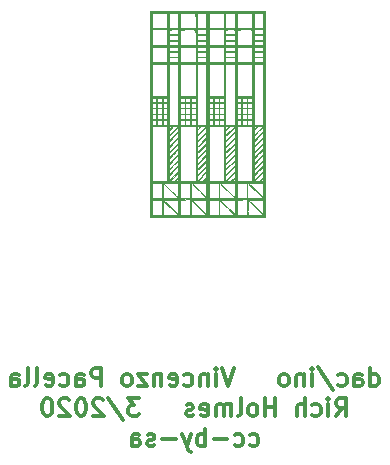
<source format=gbr>
G04 #@! TF.GenerationSoftware,KiCad,Pcbnew,5.1.5-52549c5~84~ubuntu18.04.1*
G04 #@! TF.CreationDate,2020-05-03T21:02:41-04:00*
G04 #@! TF.ProjectId,dac_ino,6461635f-696e-46f2-9e6b-696361645f70,rev?*
G04 #@! TF.SameCoordinates,Original*
G04 #@! TF.FileFunction,Legend,Bot*
G04 #@! TF.FilePolarity,Positive*
%FSLAX46Y46*%
G04 Gerber Fmt 4.6, Leading zero omitted, Abs format (unit mm)*
G04 Created by KiCad (PCBNEW 5.1.5-52549c5~84~ubuntu18.04.1) date 2020-05-03 21:02:41*
%MOMM*%
%LPD*%
G04 APERTURE LIST*
%ADD10C,0.300000*%
%ADD11C,0.010000*%
G04 APERTURE END LIST*
D10*
X157192857Y-138628571D02*
X157192857Y-137128571D01*
X157192857Y-138557142D02*
X157335714Y-138628571D01*
X157621428Y-138628571D01*
X157764285Y-138557142D01*
X157835714Y-138485714D01*
X157907142Y-138342857D01*
X157907142Y-137914285D01*
X157835714Y-137771428D01*
X157764285Y-137700000D01*
X157621428Y-137628571D01*
X157335714Y-137628571D01*
X157192857Y-137700000D01*
X155835714Y-138628571D02*
X155835714Y-137842857D01*
X155907142Y-137700000D01*
X156050000Y-137628571D01*
X156335714Y-137628571D01*
X156478571Y-137700000D01*
X155835714Y-138557142D02*
X155978571Y-138628571D01*
X156335714Y-138628571D01*
X156478571Y-138557142D01*
X156550000Y-138414285D01*
X156550000Y-138271428D01*
X156478571Y-138128571D01*
X156335714Y-138057142D01*
X155978571Y-138057142D01*
X155835714Y-137985714D01*
X154478571Y-138557142D02*
X154621428Y-138628571D01*
X154907142Y-138628571D01*
X155050000Y-138557142D01*
X155121428Y-138485714D01*
X155192857Y-138342857D01*
X155192857Y-137914285D01*
X155121428Y-137771428D01*
X155050000Y-137700000D01*
X154907142Y-137628571D01*
X154621428Y-137628571D01*
X154478571Y-137700000D01*
X152764285Y-137057142D02*
X154050000Y-138985714D01*
X152264285Y-138628571D02*
X152264285Y-137628571D01*
X152264285Y-137128571D02*
X152335714Y-137200000D01*
X152264285Y-137271428D01*
X152192857Y-137200000D01*
X152264285Y-137128571D01*
X152264285Y-137271428D01*
X151550000Y-137628571D02*
X151550000Y-138628571D01*
X151550000Y-137771428D02*
X151478571Y-137700000D01*
X151335714Y-137628571D01*
X151121428Y-137628571D01*
X150978571Y-137700000D01*
X150907142Y-137842857D01*
X150907142Y-138628571D01*
X149978571Y-138628571D02*
X150121428Y-138557142D01*
X150192857Y-138485714D01*
X150264285Y-138342857D01*
X150264285Y-137914285D01*
X150192857Y-137771428D01*
X150121428Y-137700000D01*
X149978571Y-137628571D01*
X149764285Y-137628571D01*
X149621428Y-137700000D01*
X149550000Y-137771428D01*
X149478571Y-137914285D01*
X149478571Y-138342857D01*
X149550000Y-138485714D01*
X149621428Y-138557142D01*
X149764285Y-138628571D01*
X149978571Y-138628571D01*
X145621428Y-137128571D02*
X145121428Y-138628571D01*
X144621428Y-137128571D01*
X144121428Y-138628571D02*
X144121428Y-137628571D01*
X144121428Y-137128571D02*
X144192857Y-137200000D01*
X144121428Y-137271428D01*
X144050000Y-137200000D01*
X144121428Y-137128571D01*
X144121428Y-137271428D01*
X143407142Y-137628571D02*
X143407142Y-138628571D01*
X143407142Y-137771428D02*
X143335714Y-137700000D01*
X143192857Y-137628571D01*
X142978571Y-137628571D01*
X142835714Y-137700000D01*
X142764285Y-137842857D01*
X142764285Y-138628571D01*
X141407142Y-138557142D02*
X141550000Y-138628571D01*
X141835714Y-138628571D01*
X141978571Y-138557142D01*
X142050000Y-138485714D01*
X142121428Y-138342857D01*
X142121428Y-137914285D01*
X142050000Y-137771428D01*
X141978571Y-137700000D01*
X141835714Y-137628571D01*
X141550000Y-137628571D01*
X141407142Y-137700000D01*
X140192857Y-138557142D02*
X140335714Y-138628571D01*
X140621428Y-138628571D01*
X140764285Y-138557142D01*
X140835714Y-138414285D01*
X140835714Y-137842857D01*
X140764285Y-137700000D01*
X140621428Y-137628571D01*
X140335714Y-137628571D01*
X140192857Y-137700000D01*
X140121428Y-137842857D01*
X140121428Y-137985714D01*
X140835714Y-138128571D01*
X139478571Y-137628571D02*
X139478571Y-138628571D01*
X139478571Y-137771428D02*
X139407142Y-137700000D01*
X139264285Y-137628571D01*
X139050000Y-137628571D01*
X138907142Y-137700000D01*
X138835714Y-137842857D01*
X138835714Y-138628571D01*
X138264285Y-137628571D02*
X137478571Y-137628571D01*
X138264285Y-138628571D01*
X137478571Y-138628571D01*
X136692857Y-138628571D02*
X136835714Y-138557142D01*
X136907142Y-138485714D01*
X136978571Y-138342857D01*
X136978571Y-137914285D01*
X136907142Y-137771428D01*
X136835714Y-137700000D01*
X136692857Y-137628571D01*
X136478571Y-137628571D01*
X136335714Y-137700000D01*
X136264285Y-137771428D01*
X136192857Y-137914285D01*
X136192857Y-138342857D01*
X136264285Y-138485714D01*
X136335714Y-138557142D01*
X136478571Y-138628571D01*
X136692857Y-138628571D01*
X134407142Y-138628571D02*
X134407142Y-137128571D01*
X133835714Y-137128571D01*
X133692857Y-137200000D01*
X133621428Y-137271428D01*
X133550000Y-137414285D01*
X133550000Y-137628571D01*
X133621428Y-137771428D01*
X133692857Y-137842857D01*
X133835714Y-137914285D01*
X134407142Y-137914285D01*
X132264285Y-138628571D02*
X132264285Y-137842857D01*
X132335714Y-137700000D01*
X132478571Y-137628571D01*
X132764285Y-137628571D01*
X132907142Y-137700000D01*
X132264285Y-138557142D02*
X132407142Y-138628571D01*
X132764285Y-138628571D01*
X132907142Y-138557142D01*
X132978571Y-138414285D01*
X132978571Y-138271428D01*
X132907142Y-138128571D01*
X132764285Y-138057142D01*
X132407142Y-138057142D01*
X132264285Y-137985714D01*
X130907142Y-138557142D02*
X131050000Y-138628571D01*
X131335714Y-138628571D01*
X131478571Y-138557142D01*
X131550000Y-138485714D01*
X131621428Y-138342857D01*
X131621428Y-137914285D01*
X131550000Y-137771428D01*
X131478571Y-137700000D01*
X131335714Y-137628571D01*
X131050000Y-137628571D01*
X130907142Y-137700000D01*
X129692857Y-138557142D02*
X129835714Y-138628571D01*
X130121428Y-138628571D01*
X130264285Y-138557142D01*
X130335714Y-138414285D01*
X130335714Y-137842857D01*
X130264285Y-137700000D01*
X130121428Y-137628571D01*
X129835714Y-137628571D01*
X129692857Y-137700000D01*
X129621428Y-137842857D01*
X129621428Y-137985714D01*
X130335714Y-138128571D01*
X128764285Y-138628571D02*
X128907142Y-138557142D01*
X128978571Y-138414285D01*
X128978571Y-137128571D01*
X127978571Y-138628571D02*
X128121428Y-138557142D01*
X128192857Y-138414285D01*
X128192857Y-137128571D01*
X126764285Y-138628571D02*
X126764285Y-137842857D01*
X126835714Y-137700000D01*
X126978571Y-137628571D01*
X127264285Y-137628571D01*
X127407142Y-137700000D01*
X126764285Y-138557142D02*
X126907142Y-138628571D01*
X127264285Y-138628571D01*
X127407142Y-138557142D01*
X127478571Y-138414285D01*
X127478571Y-138271428D01*
X127407142Y-138128571D01*
X127264285Y-138057142D01*
X126907142Y-138057142D01*
X126764285Y-137985714D01*
X154264285Y-141178571D02*
X154764285Y-140464285D01*
X155121428Y-141178571D02*
X155121428Y-139678571D01*
X154550000Y-139678571D01*
X154407142Y-139750000D01*
X154335714Y-139821428D01*
X154264285Y-139964285D01*
X154264285Y-140178571D01*
X154335714Y-140321428D01*
X154407142Y-140392857D01*
X154550000Y-140464285D01*
X155121428Y-140464285D01*
X153621428Y-141178571D02*
X153621428Y-140178571D01*
X153621428Y-139678571D02*
X153692857Y-139750000D01*
X153621428Y-139821428D01*
X153550000Y-139750000D01*
X153621428Y-139678571D01*
X153621428Y-139821428D01*
X152264285Y-141107142D02*
X152407142Y-141178571D01*
X152692857Y-141178571D01*
X152835714Y-141107142D01*
X152907142Y-141035714D01*
X152978571Y-140892857D01*
X152978571Y-140464285D01*
X152907142Y-140321428D01*
X152835714Y-140250000D01*
X152692857Y-140178571D01*
X152407142Y-140178571D01*
X152264285Y-140250000D01*
X151621428Y-141178571D02*
X151621428Y-139678571D01*
X150978571Y-141178571D02*
X150978571Y-140392857D01*
X151050000Y-140250000D01*
X151192857Y-140178571D01*
X151407142Y-140178571D01*
X151550000Y-140250000D01*
X151621428Y-140321428D01*
X149121428Y-141178571D02*
X149121428Y-139678571D01*
X149121428Y-140392857D02*
X148264285Y-140392857D01*
X148264285Y-141178571D02*
X148264285Y-139678571D01*
X147335714Y-141178571D02*
X147478571Y-141107142D01*
X147550000Y-141035714D01*
X147621428Y-140892857D01*
X147621428Y-140464285D01*
X147550000Y-140321428D01*
X147478571Y-140250000D01*
X147335714Y-140178571D01*
X147121428Y-140178571D01*
X146978571Y-140250000D01*
X146907142Y-140321428D01*
X146835714Y-140464285D01*
X146835714Y-140892857D01*
X146907142Y-141035714D01*
X146978571Y-141107142D01*
X147121428Y-141178571D01*
X147335714Y-141178571D01*
X145978571Y-141178571D02*
X146121428Y-141107142D01*
X146192857Y-140964285D01*
X146192857Y-139678571D01*
X145407142Y-141178571D02*
X145407142Y-140178571D01*
X145407142Y-140321428D02*
X145335714Y-140250000D01*
X145192857Y-140178571D01*
X144978571Y-140178571D01*
X144835714Y-140250000D01*
X144764285Y-140392857D01*
X144764285Y-141178571D01*
X144764285Y-140392857D02*
X144692857Y-140250000D01*
X144550000Y-140178571D01*
X144335714Y-140178571D01*
X144192857Y-140250000D01*
X144121428Y-140392857D01*
X144121428Y-141178571D01*
X142835714Y-141107142D02*
X142978571Y-141178571D01*
X143264285Y-141178571D01*
X143407142Y-141107142D01*
X143478571Y-140964285D01*
X143478571Y-140392857D01*
X143407142Y-140250000D01*
X143264285Y-140178571D01*
X142978571Y-140178571D01*
X142835714Y-140250000D01*
X142764285Y-140392857D01*
X142764285Y-140535714D01*
X143478571Y-140678571D01*
X142192857Y-141107142D02*
X142050000Y-141178571D01*
X141764285Y-141178571D01*
X141621428Y-141107142D01*
X141550000Y-140964285D01*
X141550000Y-140892857D01*
X141621428Y-140750000D01*
X141764285Y-140678571D01*
X141978571Y-140678571D01*
X142121428Y-140607142D01*
X142192857Y-140464285D01*
X142192857Y-140392857D01*
X142121428Y-140250000D01*
X141978571Y-140178571D01*
X141764285Y-140178571D01*
X141621428Y-140250000D01*
X137621428Y-139678571D02*
X136692857Y-139678571D01*
X137192857Y-140250000D01*
X136978571Y-140250000D01*
X136835714Y-140321428D01*
X136764285Y-140392857D01*
X136692857Y-140535714D01*
X136692857Y-140892857D01*
X136764285Y-141035714D01*
X136835714Y-141107142D01*
X136978571Y-141178571D01*
X137407142Y-141178571D01*
X137550000Y-141107142D01*
X137621428Y-141035714D01*
X134978571Y-139607142D02*
X136264285Y-141535714D01*
X134550000Y-139821428D02*
X134478571Y-139750000D01*
X134335714Y-139678571D01*
X133978571Y-139678571D01*
X133835714Y-139750000D01*
X133764285Y-139821428D01*
X133692857Y-139964285D01*
X133692857Y-140107142D01*
X133764285Y-140321428D01*
X134621428Y-141178571D01*
X133692857Y-141178571D01*
X132764285Y-139678571D02*
X132621428Y-139678571D01*
X132478571Y-139750000D01*
X132407142Y-139821428D01*
X132335714Y-139964285D01*
X132264285Y-140250000D01*
X132264285Y-140607142D01*
X132335714Y-140892857D01*
X132407142Y-141035714D01*
X132478571Y-141107142D01*
X132621428Y-141178571D01*
X132764285Y-141178571D01*
X132907142Y-141107142D01*
X132978571Y-141035714D01*
X133050000Y-140892857D01*
X133121428Y-140607142D01*
X133121428Y-140250000D01*
X133050000Y-139964285D01*
X132978571Y-139821428D01*
X132907142Y-139750000D01*
X132764285Y-139678571D01*
X131692857Y-139821428D02*
X131621428Y-139750000D01*
X131478571Y-139678571D01*
X131121428Y-139678571D01*
X130978571Y-139750000D01*
X130907142Y-139821428D01*
X130835714Y-139964285D01*
X130835714Y-140107142D01*
X130907142Y-140321428D01*
X131764285Y-141178571D01*
X130835714Y-141178571D01*
X129907142Y-139678571D02*
X129764285Y-139678571D01*
X129621428Y-139750000D01*
X129550000Y-139821428D01*
X129478571Y-139964285D01*
X129407142Y-140250000D01*
X129407142Y-140607142D01*
X129478571Y-140892857D01*
X129550000Y-141035714D01*
X129621428Y-141107142D01*
X129764285Y-141178571D01*
X129907142Y-141178571D01*
X130050000Y-141107142D01*
X130121428Y-141035714D01*
X130192857Y-140892857D01*
X130264285Y-140607142D01*
X130264285Y-140250000D01*
X130192857Y-139964285D01*
X130121428Y-139821428D01*
X130050000Y-139750000D01*
X129907142Y-139678571D01*
X146978571Y-143657142D02*
X147121428Y-143728571D01*
X147407142Y-143728571D01*
X147550000Y-143657142D01*
X147621428Y-143585714D01*
X147692857Y-143442857D01*
X147692857Y-143014285D01*
X147621428Y-142871428D01*
X147550000Y-142800000D01*
X147407142Y-142728571D01*
X147121428Y-142728571D01*
X146978571Y-142800000D01*
X145692857Y-143657142D02*
X145835714Y-143728571D01*
X146121428Y-143728571D01*
X146264285Y-143657142D01*
X146335714Y-143585714D01*
X146407142Y-143442857D01*
X146407142Y-143014285D01*
X146335714Y-142871428D01*
X146264285Y-142800000D01*
X146121428Y-142728571D01*
X145835714Y-142728571D01*
X145692857Y-142800000D01*
X145050000Y-143157142D02*
X143907142Y-143157142D01*
X143192857Y-143728571D02*
X143192857Y-142228571D01*
X143192857Y-142800000D02*
X143050000Y-142728571D01*
X142764285Y-142728571D01*
X142621428Y-142800000D01*
X142550000Y-142871428D01*
X142478571Y-143014285D01*
X142478571Y-143442857D01*
X142550000Y-143585714D01*
X142621428Y-143657142D01*
X142764285Y-143728571D01*
X143050000Y-143728571D01*
X143192857Y-143657142D01*
X141978571Y-142728571D02*
X141621428Y-143728571D01*
X141264285Y-142728571D02*
X141621428Y-143728571D01*
X141764285Y-144085714D01*
X141835714Y-144157142D01*
X141978571Y-144228571D01*
X140692857Y-143157142D02*
X139550000Y-143157142D01*
X138907142Y-143657142D02*
X138764285Y-143728571D01*
X138478571Y-143728571D01*
X138335714Y-143657142D01*
X138264285Y-143514285D01*
X138264285Y-143442857D01*
X138335714Y-143300000D01*
X138478571Y-143228571D01*
X138692857Y-143228571D01*
X138835714Y-143157142D01*
X138907142Y-143014285D01*
X138907142Y-142942857D01*
X138835714Y-142800000D01*
X138692857Y-142728571D01*
X138478571Y-142728571D01*
X138335714Y-142800000D01*
X136978571Y-143728571D02*
X136978571Y-142942857D01*
X137050000Y-142800000D01*
X137192857Y-142728571D01*
X137478571Y-142728571D01*
X137621428Y-142800000D01*
X136978571Y-143657142D02*
X137121428Y-143728571D01*
X137478571Y-143728571D01*
X137621428Y-143657142D01*
X137692857Y-143514285D01*
X137692857Y-143371428D01*
X137621428Y-143228571D01*
X137478571Y-143157142D01*
X137121428Y-143157142D01*
X136978571Y-143085714D01*
D11*
G36*
X138497800Y-106837000D02*
G01*
X148302200Y-106837000D01*
X148302200Y-108310200D01*
X148099000Y-108310200D01*
X148099000Y-107040200D01*
X147311600Y-107040200D01*
X147311600Y-108310200D01*
X147184600Y-108310200D01*
X147184600Y-107692134D01*
X147183915Y-107519800D01*
X147181988Y-107364544D01*
X147179017Y-107233520D01*
X147175195Y-107133881D01*
X147170720Y-107072781D01*
X147167234Y-107056700D01*
X147138032Y-107052165D01*
X147065155Y-107048618D01*
X146955717Y-107046179D01*
X146816836Y-107044963D01*
X146655627Y-107045088D01*
X146525884Y-107046117D01*
X145901900Y-107052900D01*
X145895107Y-107681550D01*
X145888313Y-108310200D01*
X145711400Y-108310200D01*
X145711400Y-107692134D01*
X145710732Y-107519830D01*
X145708854Y-107364632D01*
X145705957Y-107233686D01*
X145702231Y-107134141D01*
X145697868Y-107073143D01*
X145694467Y-107057134D01*
X145664430Y-107051275D01*
X145592789Y-107046294D01*
X145488739Y-107042576D01*
X145361474Y-107040502D01*
X145288067Y-107040200D01*
X144898600Y-107040200D01*
X144898600Y-108310200D01*
X144771600Y-108310200D01*
X144771600Y-107040200D01*
X143501600Y-107040200D01*
X143501600Y-108310200D01*
X143298400Y-108310200D01*
X143298400Y-107040200D01*
X142511000Y-107040200D01*
X142511000Y-108310200D01*
X142384000Y-108310200D01*
X142384000Y-107692134D01*
X142383315Y-107519800D01*
X142381388Y-107364544D01*
X142378417Y-107233520D01*
X142374595Y-107133881D01*
X142370120Y-107072781D01*
X142366634Y-107056700D01*
X142337432Y-107052165D01*
X142264555Y-107048618D01*
X142155117Y-107046179D01*
X142016236Y-107044963D01*
X141855027Y-107045088D01*
X141725284Y-107046117D01*
X141101300Y-107052900D01*
X141094507Y-107681550D01*
X141087713Y-108310200D01*
X140910800Y-108310200D01*
X140910800Y-107692134D01*
X140910132Y-107519830D01*
X140908254Y-107364632D01*
X140905357Y-107233686D01*
X140901631Y-107134141D01*
X140897268Y-107073143D01*
X140893867Y-107057134D01*
X140863830Y-107051275D01*
X140792189Y-107046294D01*
X140688139Y-107042576D01*
X140560874Y-107040502D01*
X140487467Y-107040200D01*
X140098000Y-107040200D01*
X140098000Y-108310200D01*
X139971000Y-108310200D01*
X139971000Y-107040200D01*
X138701000Y-107040200D01*
X138701000Y-108310200D01*
X139971000Y-108310200D01*
X140098000Y-108310200D01*
X140910800Y-108310200D01*
X141087713Y-108310200D01*
X142384000Y-108310200D01*
X142511000Y-108310200D01*
X143298400Y-108310200D01*
X143501600Y-108310200D01*
X144771600Y-108310200D01*
X144898600Y-108310200D01*
X145711400Y-108310200D01*
X145888313Y-108310200D01*
X147184600Y-108310200D01*
X147311600Y-108310200D01*
X148099000Y-108310200D01*
X148302200Y-108310200D01*
X148302200Y-108843600D01*
X148099000Y-108843600D01*
X148099000Y-108437200D01*
X147311600Y-108437200D01*
X147311600Y-108843600D01*
X148099000Y-108843600D01*
X148302200Y-108843600D01*
X148302200Y-109326200D01*
X148099000Y-109326200D01*
X148099000Y-108894400D01*
X147311600Y-108894400D01*
X147311600Y-109326200D01*
X148099000Y-109326200D01*
X148302200Y-109326200D01*
X148302200Y-109758000D01*
X148099000Y-109758000D01*
X148099000Y-109377000D01*
X147311600Y-109377000D01*
X147311600Y-109758000D01*
X147184600Y-109758000D01*
X147184600Y-109114534D01*
X147183942Y-108938594D01*
X147182087Y-108779633D01*
X147179222Y-108644652D01*
X147175529Y-108540652D01*
X147171192Y-108474635D01*
X147167234Y-108453700D01*
X147138032Y-108449165D01*
X147065155Y-108445618D01*
X146955717Y-108443179D01*
X146816836Y-108441963D01*
X146655627Y-108442088D01*
X146525884Y-108443117D01*
X145901900Y-108449900D01*
X145897821Y-108843600D01*
X145711400Y-108843600D01*
X145711400Y-108657334D01*
X145709158Y-108564307D01*
X145703244Y-108492096D01*
X145694882Y-108454881D01*
X145693832Y-108453498D01*
X145663532Y-108447809D01*
X145591754Y-108443826D01*
X145487803Y-108441795D01*
X145360978Y-108441964D01*
X145293782Y-108442915D01*
X144911300Y-108449900D01*
X144896464Y-108843600D01*
X145711400Y-108843600D01*
X145897821Y-108843600D01*
X145895122Y-109103950D01*
X145892819Y-109326200D01*
X145711400Y-109326200D01*
X145711400Y-108894400D01*
X144898600Y-108894400D01*
X144898600Y-109326200D01*
X145711400Y-109326200D01*
X145892819Y-109326200D01*
X145888343Y-109758000D01*
X145711400Y-109758000D01*
X145711400Y-109377000D01*
X144898600Y-109377000D01*
X144898600Y-109758000D01*
X144771600Y-109758000D01*
X144771600Y-108437200D01*
X143501600Y-108437200D01*
X143501600Y-108843600D01*
X143298400Y-108843600D01*
X143298400Y-108437200D01*
X142511000Y-108437200D01*
X142511000Y-108843600D01*
X143298400Y-108843600D01*
X143501600Y-108843600D01*
X143501600Y-109326200D01*
X143298400Y-109326200D01*
X143298400Y-108894400D01*
X142511000Y-108894400D01*
X142511000Y-109326200D01*
X143298400Y-109326200D01*
X143501600Y-109326200D01*
X143501600Y-109758000D01*
X143298400Y-109758000D01*
X143298400Y-109377000D01*
X142511000Y-109377000D01*
X142511000Y-109758000D01*
X142384000Y-109758000D01*
X142384000Y-109114534D01*
X142383342Y-108938594D01*
X142381487Y-108779633D01*
X142378622Y-108644652D01*
X142374929Y-108540652D01*
X142370592Y-108474635D01*
X142366634Y-108453700D01*
X142337432Y-108449165D01*
X142264555Y-108445618D01*
X142155117Y-108443179D01*
X142016236Y-108441963D01*
X141855027Y-108442088D01*
X141725284Y-108443117D01*
X141101300Y-108449900D01*
X141097221Y-108843600D01*
X140910800Y-108843600D01*
X140910800Y-108657334D01*
X140908558Y-108564307D01*
X140902644Y-108492096D01*
X140894282Y-108454881D01*
X140893232Y-108453498D01*
X140862932Y-108447809D01*
X140791154Y-108443826D01*
X140687203Y-108441795D01*
X140560378Y-108441964D01*
X140493182Y-108442915D01*
X140110700Y-108449900D01*
X140095864Y-108843600D01*
X140910800Y-108843600D01*
X141097221Y-108843600D01*
X141094522Y-109103950D01*
X141092219Y-109326200D01*
X140910800Y-109326200D01*
X140910800Y-108894400D01*
X140098000Y-108894400D01*
X140098000Y-109326200D01*
X140910800Y-109326200D01*
X141092219Y-109326200D01*
X141087743Y-109758000D01*
X140910800Y-109758000D01*
X140910800Y-109377000D01*
X140098000Y-109377000D01*
X140098000Y-109758000D01*
X139971000Y-109758000D01*
X139971000Y-108437200D01*
X138701000Y-108437200D01*
X138701000Y-109758000D01*
X139971000Y-109758000D01*
X140098000Y-109758000D01*
X140910800Y-109758000D01*
X141087743Y-109758000D01*
X142384000Y-109758000D01*
X142511000Y-109758000D01*
X143298400Y-109758000D01*
X143501600Y-109758000D01*
X144771600Y-109758000D01*
X144898600Y-109758000D01*
X145711400Y-109758000D01*
X145888343Y-109758000D01*
X147184600Y-109758000D01*
X147311600Y-109758000D01*
X148099000Y-109758000D01*
X148302200Y-109758000D01*
X148302200Y-110291400D01*
X148099000Y-110291400D01*
X148099000Y-109885000D01*
X147311600Y-109885000D01*
X147311600Y-110291400D01*
X148099000Y-110291400D01*
X148302200Y-110291400D01*
X148302200Y-110748600D01*
X148099000Y-110748600D01*
X148099000Y-110342200D01*
X147311600Y-110342200D01*
X147311600Y-110748600D01*
X148099000Y-110748600D01*
X148302200Y-110748600D01*
X148302200Y-111205800D01*
X148099000Y-111205800D01*
X148099000Y-110799400D01*
X147311600Y-110799400D01*
X147311600Y-111205800D01*
X147184600Y-111205800D01*
X147184600Y-109885000D01*
X145889200Y-109885000D01*
X145713537Y-109885000D01*
X144898600Y-109885000D01*
X144898600Y-110292690D01*
X145698700Y-110278700D01*
X145706119Y-110081850D01*
X145713537Y-109885000D01*
X145889200Y-109885000D01*
X145889200Y-110748600D01*
X145711400Y-110748600D01*
X145711400Y-110342200D01*
X144898600Y-110342200D01*
X144898600Y-110748600D01*
X145711400Y-110748600D01*
X145889200Y-110748600D01*
X145889200Y-111205800D01*
X145711400Y-111205800D01*
X145711400Y-111019534D01*
X145709158Y-110926507D01*
X145703244Y-110854296D01*
X145694882Y-110817081D01*
X145693832Y-110815698D01*
X145663532Y-110810009D01*
X145591754Y-110806026D01*
X145487803Y-110803995D01*
X145360978Y-110804164D01*
X145293782Y-110805115D01*
X144911300Y-110812100D01*
X144896464Y-111205800D01*
X144771600Y-111205800D01*
X144771600Y-109885000D01*
X143501600Y-109885000D01*
X143501600Y-110291400D01*
X143298400Y-110291400D01*
X143298400Y-109885000D01*
X142511000Y-109885000D01*
X142511000Y-110291400D01*
X143298400Y-110291400D01*
X143501600Y-110291400D01*
X143501600Y-110748600D01*
X143298400Y-110748600D01*
X143298400Y-110342200D01*
X142511000Y-110342200D01*
X142511000Y-110748600D01*
X143298400Y-110748600D01*
X143501600Y-110748600D01*
X143501600Y-111205800D01*
X143298400Y-111205800D01*
X143298400Y-110799400D01*
X142511000Y-110799400D01*
X142511000Y-111205800D01*
X142384000Y-111205800D01*
X142384000Y-109885000D01*
X141088600Y-109885000D01*
X140912937Y-109885000D01*
X140098000Y-109885000D01*
X140098000Y-110292690D01*
X140898100Y-110278700D01*
X140905519Y-110081850D01*
X140912937Y-109885000D01*
X141088600Y-109885000D01*
X141088600Y-110748600D01*
X140910800Y-110748600D01*
X140910800Y-110342200D01*
X140098000Y-110342200D01*
X140098000Y-110748600D01*
X140910800Y-110748600D01*
X141088600Y-110748600D01*
X141088600Y-111205800D01*
X140910800Y-111205800D01*
X140910800Y-111019534D01*
X140908558Y-110926507D01*
X140902644Y-110854296D01*
X140894282Y-110817081D01*
X140893232Y-110815698D01*
X140862932Y-110810009D01*
X140791154Y-110806026D01*
X140687203Y-110803995D01*
X140560378Y-110804164D01*
X140493182Y-110805115D01*
X140110700Y-110812100D01*
X140095864Y-111205800D01*
X139971000Y-111205800D01*
X139971000Y-109885000D01*
X138701000Y-109885000D01*
X138701000Y-111205800D01*
X139971000Y-111205800D01*
X140095864Y-111205800D01*
X140910800Y-111205800D01*
X141088600Y-111205800D01*
X142384000Y-111205800D01*
X142511000Y-111205800D01*
X143298400Y-111205800D01*
X143501600Y-111205800D01*
X144771600Y-111205800D01*
X144896464Y-111205800D01*
X145711400Y-111205800D01*
X145889200Y-111205800D01*
X147184600Y-111205800D01*
X147311600Y-111205800D01*
X148099000Y-111205800D01*
X148302200Y-111205800D01*
X148302200Y-116489000D01*
X148099000Y-116489000D01*
X148099000Y-111332800D01*
X147311600Y-111332800D01*
X147311600Y-114076000D01*
X147184600Y-114076000D01*
X147184600Y-111332800D01*
X145889200Y-111332800D01*
X145889200Y-114076000D01*
X147184600Y-114076000D01*
X147311600Y-114076000D01*
X147311600Y-114609400D01*
X147184600Y-114609400D01*
X147184600Y-114423134D01*
X147182440Y-114330220D01*
X147176745Y-114258234D01*
X147168690Y-114221295D01*
X147167667Y-114219934D01*
X147135656Y-114211684D01*
X147066976Y-114205657D01*
X146975747Y-114203031D01*
X146964467Y-114203000D01*
X146778200Y-114203000D01*
X146778200Y-114609400D01*
X146752800Y-114609400D01*
X146752800Y-114423134D01*
X146750640Y-114330220D01*
X146744945Y-114258234D01*
X146736890Y-114221295D01*
X146735867Y-114219934D01*
X146704245Y-114212150D01*
X146634896Y-114206254D01*
X146540889Y-114203213D01*
X146507267Y-114203000D01*
X146295600Y-114203000D01*
X146295600Y-114609400D01*
X146270200Y-114609400D01*
X146270200Y-114200775D01*
X146086050Y-114208238D01*
X145901900Y-114215700D01*
X145887064Y-114609400D01*
X146270200Y-114609400D01*
X146295600Y-114609400D01*
X146752800Y-114609400D01*
X146778200Y-114609400D01*
X147184600Y-114609400D01*
X147311600Y-114609400D01*
X147311600Y-115092000D01*
X147184600Y-115092000D01*
X147184600Y-114880334D01*
X147182693Y-114781133D01*
X147177617Y-114702353D01*
X147170340Y-114657059D01*
X147167667Y-114651734D01*
X147135656Y-114643484D01*
X147066976Y-114637457D01*
X146975747Y-114634831D01*
X146964467Y-114634800D01*
X146778200Y-114634800D01*
X146778200Y-115092000D01*
X146752800Y-115092000D01*
X146752800Y-114880334D01*
X146750893Y-114781133D01*
X146745817Y-114702353D01*
X146738540Y-114657059D01*
X146735867Y-114651734D01*
X146704245Y-114643950D01*
X146634896Y-114638054D01*
X146540889Y-114635013D01*
X146507267Y-114634800D01*
X146295600Y-114634800D01*
X146295600Y-115092000D01*
X146270200Y-115092000D01*
X146270200Y-114632575D01*
X146086050Y-114640038D01*
X145901900Y-114647500D01*
X145894562Y-114869750D01*
X145887223Y-115092000D01*
X146270200Y-115092000D01*
X146295600Y-115092000D01*
X146752800Y-115092000D01*
X146778200Y-115092000D01*
X147184600Y-115092000D01*
X147311600Y-115092000D01*
X147311600Y-115574600D01*
X147184600Y-115574600D01*
X147184600Y-115117400D01*
X146778200Y-115117400D01*
X146778200Y-115574600D01*
X146752800Y-115574600D01*
X146752800Y-115117400D01*
X146295600Y-115117400D01*
X146295600Y-115574600D01*
X146270200Y-115574600D01*
X146270200Y-115117400D01*
X145889200Y-115117400D01*
X145889200Y-115574600D01*
X146270200Y-115574600D01*
X146295600Y-115574600D01*
X146752800Y-115574600D01*
X146778200Y-115574600D01*
X147184600Y-115574600D01*
X147311600Y-115574600D01*
X147311600Y-116057200D01*
X147184600Y-116057200D01*
X147184600Y-115600000D01*
X146778200Y-115600000D01*
X146778200Y-116057200D01*
X146752800Y-116057200D01*
X146752800Y-115600000D01*
X146295600Y-115600000D01*
X146295600Y-116057200D01*
X146270200Y-116057200D01*
X146270200Y-115600000D01*
X145889200Y-115600000D01*
X145889200Y-116057200D01*
X146270200Y-116057200D01*
X146295600Y-116057200D01*
X146752800Y-116057200D01*
X146778200Y-116057200D01*
X147184600Y-116057200D01*
X147311600Y-116057200D01*
X147311600Y-116489000D01*
X147184600Y-116489000D01*
X147184600Y-116082600D01*
X146778200Y-116082600D01*
X146778200Y-116489000D01*
X146752800Y-116489000D01*
X146752800Y-116082600D01*
X146295600Y-116082600D01*
X146295600Y-116489000D01*
X146270200Y-116489000D01*
X146270200Y-116082600D01*
X145889200Y-116082600D01*
X145889200Y-116489000D01*
X145711400Y-116489000D01*
X145711400Y-111332800D01*
X144898600Y-111332800D01*
X144898600Y-114076000D01*
X144771600Y-114076000D01*
X144771600Y-111332800D01*
X143501600Y-111332800D01*
X143501600Y-114076000D01*
X144771600Y-114076000D01*
X144898600Y-114076000D01*
X144898600Y-114609400D01*
X144771600Y-114609400D01*
X144771600Y-114203000D01*
X144390600Y-114203000D01*
X144390600Y-114609400D01*
X144339800Y-114609400D01*
X144339800Y-114203000D01*
X143908000Y-114203000D01*
X143908000Y-114609400D01*
X143857200Y-114609400D01*
X143857200Y-114203000D01*
X143501600Y-114203000D01*
X143501600Y-114609400D01*
X143857200Y-114609400D01*
X143908000Y-114609400D01*
X144339800Y-114609400D01*
X144390600Y-114609400D01*
X144771600Y-114609400D01*
X144898600Y-114609400D01*
X144898600Y-115092000D01*
X144771600Y-115092000D01*
X144771600Y-114634800D01*
X144390600Y-114634800D01*
X144390600Y-115092000D01*
X144339800Y-115092000D01*
X144339800Y-114634800D01*
X143908000Y-114634800D01*
X143908000Y-115092000D01*
X143857200Y-115092000D01*
X143857200Y-114634800D01*
X143501600Y-114634800D01*
X143501600Y-115092000D01*
X143857200Y-115092000D01*
X143908000Y-115092000D01*
X144339800Y-115092000D01*
X144390600Y-115092000D01*
X144771600Y-115092000D01*
X144898600Y-115092000D01*
X144898600Y-115574600D01*
X144771600Y-115574600D01*
X144771600Y-115117400D01*
X144390600Y-115117400D01*
X144390600Y-115574600D01*
X144339800Y-115574600D01*
X144339800Y-115117400D01*
X143908000Y-115117400D01*
X143908000Y-115574600D01*
X143857200Y-115574600D01*
X143857200Y-115117400D01*
X143501600Y-115117400D01*
X143501600Y-115574600D01*
X143857200Y-115574600D01*
X143908000Y-115574600D01*
X144339800Y-115574600D01*
X144390600Y-115574600D01*
X144771600Y-115574600D01*
X144898600Y-115574600D01*
X144898600Y-116057200D01*
X144771600Y-116057200D01*
X144771600Y-115600000D01*
X144390600Y-115600000D01*
X144390600Y-116057200D01*
X144339800Y-116057200D01*
X144339800Y-115600000D01*
X143908000Y-115600000D01*
X143908000Y-116057200D01*
X143857200Y-116057200D01*
X143857200Y-115600000D01*
X143501600Y-115600000D01*
X143501600Y-116057200D01*
X143857200Y-116057200D01*
X143908000Y-116057200D01*
X144339800Y-116057200D01*
X144390600Y-116057200D01*
X144771600Y-116057200D01*
X144898600Y-116057200D01*
X144898600Y-116489000D01*
X144771600Y-116489000D01*
X144771600Y-116082600D01*
X144390600Y-116082600D01*
X144390600Y-116489000D01*
X144339800Y-116489000D01*
X144339800Y-116082600D01*
X143908000Y-116082600D01*
X143908000Y-116489000D01*
X143857200Y-116489000D01*
X143857200Y-116082600D01*
X143501600Y-116082600D01*
X143501600Y-116489000D01*
X143298400Y-116489000D01*
X143298400Y-111332800D01*
X142511000Y-111332800D01*
X142511000Y-114076000D01*
X142384000Y-114076000D01*
X142384000Y-111332800D01*
X141088600Y-111332800D01*
X141088600Y-114076000D01*
X142384000Y-114076000D01*
X142511000Y-114076000D01*
X142511000Y-114609400D01*
X142384000Y-114609400D01*
X142384000Y-114423134D01*
X142381840Y-114330220D01*
X142376145Y-114258234D01*
X142368090Y-114221295D01*
X142367067Y-114219934D01*
X142335056Y-114211684D01*
X142266376Y-114205657D01*
X142175147Y-114203031D01*
X142163867Y-114203000D01*
X141977600Y-114203000D01*
X141977600Y-114609400D01*
X141952200Y-114609400D01*
X141952200Y-114423134D01*
X141950040Y-114330220D01*
X141944345Y-114258234D01*
X141936290Y-114221295D01*
X141935267Y-114219934D01*
X141903645Y-114212150D01*
X141834296Y-114206254D01*
X141740289Y-114203213D01*
X141706667Y-114203000D01*
X141495000Y-114203000D01*
X141495000Y-114609400D01*
X141469600Y-114609400D01*
X141469600Y-114200775D01*
X141285450Y-114208238D01*
X141101300Y-114215700D01*
X141086464Y-114609400D01*
X141469600Y-114609400D01*
X141495000Y-114609400D01*
X141952200Y-114609400D01*
X141977600Y-114609400D01*
X142384000Y-114609400D01*
X142511000Y-114609400D01*
X142511000Y-115092000D01*
X142384000Y-115092000D01*
X142384000Y-114880334D01*
X142382093Y-114781133D01*
X142377017Y-114702353D01*
X142369740Y-114657059D01*
X142367067Y-114651734D01*
X142335056Y-114643484D01*
X142266376Y-114637457D01*
X142175147Y-114634831D01*
X142163867Y-114634800D01*
X141977600Y-114634800D01*
X141977600Y-115092000D01*
X141952200Y-115092000D01*
X141952200Y-114880334D01*
X141950293Y-114781133D01*
X141945217Y-114702353D01*
X141937940Y-114657059D01*
X141935267Y-114651734D01*
X141903645Y-114643950D01*
X141834296Y-114638054D01*
X141740289Y-114635013D01*
X141706667Y-114634800D01*
X141495000Y-114634800D01*
X141495000Y-115092000D01*
X141469600Y-115092000D01*
X141469600Y-114632575D01*
X141285450Y-114640038D01*
X141101300Y-114647500D01*
X141093962Y-114869750D01*
X141086623Y-115092000D01*
X141469600Y-115092000D01*
X141495000Y-115092000D01*
X141952200Y-115092000D01*
X141977600Y-115092000D01*
X142384000Y-115092000D01*
X142511000Y-115092000D01*
X142511000Y-115574600D01*
X142384000Y-115574600D01*
X142384000Y-115117400D01*
X141977600Y-115117400D01*
X141977600Y-115574600D01*
X141952200Y-115574600D01*
X141952200Y-115117400D01*
X141495000Y-115117400D01*
X141495000Y-115574600D01*
X141469600Y-115574600D01*
X141469600Y-115117400D01*
X141088600Y-115117400D01*
X141088600Y-115574600D01*
X141469600Y-115574600D01*
X141495000Y-115574600D01*
X141952200Y-115574600D01*
X141977600Y-115574600D01*
X142384000Y-115574600D01*
X142511000Y-115574600D01*
X142511000Y-116057200D01*
X142384000Y-116057200D01*
X142384000Y-115600000D01*
X141977600Y-115600000D01*
X141977600Y-116057200D01*
X141952200Y-116057200D01*
X141952200Y-115600000D01*
X141495000Y-115600000D01*
X141495000Y-116057200D01*
X141469600Y-116057200D01*
X141469600Y-115600000D01*
X141088600Y-115600000D01*
X141088600Y-116057200D01*
X141469600Y-116057200D01*
X141495000Y-116057200D01*
X141952200Y-116057200D01*
X141977600Y-116057200D01*
X142384000Y-116057200D01*
X142511000Y-116057200D01*
X142511000Y-116489000D01*
X142384000Y-116489000D01*
X142384000Y-116082600D01*
X141977600Y-116082600D01*
X141977600Y-116489000D01*
X141952200Y-116489000D01*
X141952200Y-116082600D01*
X141495000Y-116082600D01*
X141495000Y-116489000D01*
X141469600Y-116489000D01*
X141469600Y-116082600D01*
X141088600Y-116082600D01*
X141088600Y-116489000D01*
X140910800Y-116489000D01*
X140910800Y-111332800D01*
X140098000Y-111332800D01*
X140098000Y-114076000D01*
X139971000Y-114076000D01*
X139971000Y-111332800D01*
X138701000Y-111332800D01*
X138701000Y-114076000D01*
X139971000Y-114076000D01*
X140098000Y-114076000D01*
X140098000Y-114609400D01*
X139971000Y-114609400D01*
X139971000Y-114203000D01*
X139590000Y-114203000D01*
X139590000Y-114609400D01*
X139539200Y-114609400D01*
X139539200Y-114203000D01*
X139107400Y-114203000D01*
X139107400Y-114609400D01*
X139056600Y-114609400D01*
X139056600Y-114203000D01*
X138701000Y-114203000D01*
X138701000Y-114609400D01*
X139056600Y-114609400D01*
X139107400Y-114609400D01*
X139539200Y-114609400D01*
X139590000Y-114609400D01*
X139971000Y-114609400D01*
X140098000Y-114609400D01*
X140098000Y-115092000D01*
X139971000Y-115092000D01*
X139971000Y-114634800D01*
X139590000Y-114634800D01*
X139590000Y-115092000D01*
X139539200Y-115092000D01*
X139539200Y-114634800D01*
X139107400Y-114634800D01*
X139107400Y-115092000D01*
X139056600Y-115092000D01*
X139056600Y-114634800D01*
X138701000Y-114634800D01*
X138701000Y-115092000D01*
X139056600Y-115092000D01*
X139107400Y-115092000D01*
X139539200Y-115092000D01*
X139590000Y-115092000D01*
X139971000Y-115092000D01*
X140098000Y-115092000D01*
X140098000Y-115574600D01*
X139971000Y-115574600D01*
X139971000Y-115117400D01*
X139590000Y-115117400D01*
X139590000Y-115574600D01*
X139539200Y-115574600D01*
X139539200Y-115117400D01*
X139107400Y-115117400D01*
X139107400Y-115574600D01*
X139056600Y-115574600D01*
X139056600Y-115117400D01*
X138701000Y-115117400D01*
X138701000Y-115574600D01*
X139056600Y-115574600D01*
X139107400Y-115574600D01*
X139539200Y-115574600D01*
X139590000Y-115574600D01*
X139971000Y-115574600D01*
X140098000Y-115574600D01*
X140098000Y-116057200D01*
X139971000Y-116057200D01*
X139971000Y-115600000D01*
X139590000Y-115600000D01*
X139590000Y-116057200D01*
X139539200Y-116057200D01*
X139539200Y-115600000D01*
X139107400Y-115600000D01*
X139107400Y-116057200D01*
X139056600Y-116057200D01*
X139056600Y-115600000D01*
X138701000Y-115600000D01*
X138701000Y-116057200D01*
X139056600Y-116057200D01*
X139107400Y-116057200D01*
X139539200Y-116057200D01*
X139590000Y-116057200D01*
X139971000Y-116057200D01*
X140098000Y-116057200D01*
X140098000Y-116489000D01*
X139971000Y-116489000D01*
X139971000Y-116082600D01*
X139590000Y-116082600D01*
X139590000Y-116489000D01*
X139539200Y-116489000D01*
X139539200Y-116082600D01*
X139107400Y-116082600D01*
X139107400Y-116489000D01*
X139056600Y-116489000D01*
X139056600Y-116082600D01*
X138701000Y-116082600D01*
X138701000Y-116489000D01*
X139056600Y-116489000D01*
X139107400Y-116489000D01*
X139539200Y-116489000D01*
X139590000Y-116489000D01*
X139971000Y-116489000D01*
X140098000Y-116489000D01*
X140910800Y-116489000D01*
X141088600Y-116489000D01*
X141469600Y-116489000D01*
X141495000Y-116489000D01*
X141952200Y-116489000D01*
X141977600Y-116489000D01*
X142384000Y-116489000D01*
X142511000Y-116489000D01*
X143298400Y-116489000D01*
X143501600Y-116489000D01*
X143857200Y-116489000D01*
X143908000Y-116489000D01*
X144339800Y-116489000D01*
X144390600Y-116489000D01*
X144771600Y-116489000D01*
X144898600Y-116489000D01*
X145711400Y-116489000D01*
X145889200Y-116489000D01*
X146270200Y-116489000D01*
X146295600Y-116489000D01*
X146752800Y-116489000D01*
X146778200Y-116489000D01*
X147184600Y-116489000D01*
X147311600Y-116489000D01*
X148099000Y-116489000D01*
X148302200Y-116489000D01*
X148302200Y-116616000D01*
X148085665Y-116616000D01*
X147678629Y-116616000D01*
X147601965Y-116616000D01*
X147311600Y-116616000D01*
X147311600Y-116755700D01*
X147312788Y-116832230D01*
X147315851Y-116882972D01*
X147318818Y-116895400D01*
X147338737Y-116878687D01*
X147385017Y-116834398D01*
X147448537Y-116771312D01*
X147464000Y-116755700D01*
X147601965Y-116616000D01*
X147678629Y-116616000D01*
X147493964Y-116801907D01*
X147309298Y-116987813D01*
X147316799Y-117183368D01*
X147324300Y-117378924D01*
X147704983Y-116997462D01*
X148085665Y-116616000D01*
X148302200Y-116616000D01*
X148302200Y-117086515D01*
X148099000Y-117086515D01*
X148099000Y-116680115D01*
X147705300Y-117073200D01*
X147311600Y-117466286D01*
X147311600Y-117872686D01*
X147705300Y-117479600D01*
X148099000Y-117086515D01*
X148302200Y-117086515D01*
X148302200Y-117569115D01*
X148099000Y-117569115D01*
X148099000Y-117162715D01*
X147705300Y-117555800D01*
X147311600Y-117948886D01*
X147311600Y-118355286D01*
X147705300Y-117962200D01*
X148099000Y-117569115D01*
X148302200Y-117569115D01*
X148302200Y-118051715D01*
X148099000Y-118051715D01*
X148099000Y-117645315D01*
X147705300Y-118038400D01*
X147311600Y-118431486D01*
X147311600Y-118837886D01*
X147705300Y-118444800D01*
X148099000Y-118051715D01*
X148302200Y-118051715D01*
X148302200Y-118534315D01*
X148099000Y-118534315D01*
X148099000Y-118127915D01*
X147705300Y-118521000D01*
X147311600Y-118914086D01*
X147311600Y-119320486D01*
X147705300Y-118927400D01*
X148099000Y-118534315D01*
X148302200Y-118534315D01*
X148302200Y-119016915D01*
X148099000Y-119016915D01*
X148099000Y-118610515D01*
X147705300Y-119003600D01*
X147311600Y-119396686D01*
X147311600Y-119803086D01*
X147705300Y-119410000D01*
X148099000Y-119016915D01*
X148302200Y-119016915D01*
X148302200Y-119499515D01*
X148099000Y-119499515D01*
X148099000Y-119093115D01*
X147705300Y-119486200D01*
X147311600Y-119879286D01*
X147311600Y-120285686D01*
X147705300Y-119892600D01*
X148099000Y-119499515D01*
X148302200Y-119499515D01*
X148302200Y-119982115D01*
X148099000Y-119982115D01*
X148099000Y-119575715D01*
X147705300Y-119968800D01*
X147311600Y-120361886D01*
X147311600Y-120768286D01*
X147705300Y-120375200D01*
X148099000Y-119982115D01*
X148302200Y-119982115D01*
X148302200Y-120464715D01*
X148099000Y-120464715D01*
X148099000Y-120058315D01*
X147705300Y-120451400D01*
X147311600Y-120844486D01*
X147311600Y-121250886D01*
X147705300Y-120857800D01*
X148099000Y-120464715D01*
X148302200Y-120464715D01*
X148302200Y-120922572D01*
X148099000Y-120922572D01*
X148099000Y-120515558D01*
X147730700Y-120883200D01*
X147619724Y-120994883D01*
X147522148Y-121094810D01*
X147443337Y-121177344D01*
X147388653Y-121236849D01*
X147363462Y-121267689D01*
X147362400Y-121270222D01*
X147385686Y-121279639D01*
X147447113Y-121286530D01*
X147534036Y-121289560D01*
X147545953Y-121289600D01*
X147184600Y-121289600D01*
X147184600Y-116616000D01*
X145889200Y-116616000D01*
X145698086Y-116616000D01*
X145291109Y-116616000D01*
X145214510Y-116616000D01*
X144898600Y-116616000D01*
X144898600Y-116768400D01*
X144899683Y-116848794D01*
X144902496Y-116904018D01*
X144905746Y-116920800D01*
X144925569Y-116904049D01*
X144972242Y-116859385D01*
X145037076Y-116795194D01*
X145063700Y-116768400D01*
X145214510Y-116616000D01*
X145291109Y-116616000D01*
X144896297Y-117013142D01*
X144903799Y-117208722D01*
X144911300Y-117404303D01*
X145304693Y-117010152D01*
X145698086Y-116616000D01*
X145889200Y-116616000D01*
X145889200Y-117086496D01*
X145711400Y-117086496D01*
X145711400Y-116680096D01*
X145305000Y-117085900D01*
X144898600Y-117491705D01*
X144898600Y-117898105D01*
X145305000Y-117492300D01*
X145711400Y-117086496D01*
X145889200Y-117086496D01*
X145889200Y-117565345D01*
X145711400Y-117565345D01*
X145711400Y-117162696D01*
X145305000Y-117568500D01*
X144898600Y-117974305D01*
X144898811Y-118177803D01*
X144899021Y-118381300D01*
X145305211Y-117973323D01*
X145711400Y-117565345D01*
X145889200Y-117565345D01*
X145889200Y-118047406D01*
X145711400Y-118047406D01*
X145711400Y-117645296D01*
X145305000Y-118051100D01*
X144898600Y-118456905D01*
X144898600Y-118641353D01*
X144901140Y-118730794D01*
X144907843Y-118796337D01*
X144917333Y-118825366D01*
X144918715Y-118825800D01*
X144941757Y-118808542D01*
X144994902Y-118760260D01*
X145072681Y-118686193D01*
X145169623Y-118591582D01*
X145280255Y-118481666D01*
X145325115Y-118436603D01*
X145711400Y-118047406D01*
X145889200Y-118047406D01*
X145889200Y-118508896D01*
X145711400Y-118508896D01*
X145711400Y-118324448D01*
X145709033Y-118235005D01*
X145702784Y-118169462D01*
X145693937Y-118140434D01*
X145692648Y-118140000D01*
X145669934Y-118157175D01*
X145616942Y-118205220D01*
X145539148Y-118278920D01*
X145442030Y-118373060D01*
X145331063Y-118482423D01*
X145286248Y-118527043D01*
X144898600Y-118914086D01*
X144898600Y-119320505D01*
X145305000Y-118914700D01*
X145711400Y-118508896D01*
X145889200Y-118508896D01*
X145889200Y-118991496D01*
X145711400Y-118991496D01*
X145711400Y-118807048D01*
X145709033Y-118717605D01*
X145702784Y-118652062D01*
X145693937Y-118623034D01*
X145692648Y-118622600D01*
X145669934Y-118639775D01*
X145616942Y-118687820D01*
X145539148Y-118761520D01*
X145442030Y-118855660D01*
X145331063Y-118965023D01*
X145286248Y-119009643D01*
X144898600Y-119396686D01*
X144898600Y-119803105D01*
X145305000Y-119397300D01*
X145711400Y-118991496D01*
X145889200Y-118991496D01*
X145889200Y-119474096D01*
X145711400Y-119474096D01*
X145711400Y-119067696D01*
X145305000Y-119473500D01*
X144898600Y-119879305D01*
X144898600Y-120285705D01*
X145305000Y-119879900D01*
X145711400Y-119474096D01*
X145889200Y-119474096D01*
X145889200Y-119956696D01*
X145711400Y-119956696D01*
X145711400Y-119550296D01*
X145305000Y-119956100D01*
X144898600Y-120361905D01*
X144898600Y-120768305D01*
X145305000Y-120362500D01*
X145711400Y-119956696D01*
X145889200Y-119956696D01*
X145889200Y-120439296D01*
X145711400Y-120439296D01*
X145711400Y-120032896D01*
X145305000Y-120438700D01*
X144898600Y-120844505D01*
X144898600Y-121250905D01*
X145305000Y-120845100D01*
X145711400Y-120439296D01*
X145889200Y-120439296D01*
X145889200Y-120922572D01*
X145711400Y-120922572D01*
X145711400Y-120515536D01*
X145329939Y-120896218D01*
X144948477Y-121276900D01*
X145144033Y-121284402D01*
X145279547Y-121289600D01*
X144771600Y-121289600D01*
X144771600Y-116616000D01*
X143501600Y-116616000D01*
X143285065Y-116616000D01*
X142878029Y-116616000D01*
X142801365Y-116616000D01*
X142511000Y-116616000D01*
X142511000Y-116755700D01*
X142512188Y-116832230D01*
X142515251Y-116882972D01*
X142518218Y-116895400D01*
X142538137Y-116878687D01*
X142584417Y-116834398D01*
X142647937Y-116771312D01*
X142663400Y-116755700D01*
X142801365Y-116616000D01*
X142878029Y-116616000D01*
X142693364Y-116801907D01*
X142508698Y-116987813D01*
X142516199Y-117183368D01*
X142523700Y-117378924D01*
X142904383Y-116997462D01*
X143285065Y-116616000D01*
X143501600Y-116616000D01*
X143501600Y-117086515D01*
X143298400Y-117086515D01*
X143298400Y-116680115D01*
X142904700Y-117073200D01*
X142511000Y-117466286D01*
X142511000Y-117872686D01*
X142904700Y-117479600D01*
X143298400Y-117086515D01*
X143501600Y-117086515D01*
X143501600Y-117569115D01*
X143298400Y-117569115D01*
X143298400Y-117162715D01*
X142904700Y-117555800D01*
X142511000Y-117948886D01*
X142511000Y-118355286D01*
X142904700Y-117962200D01*
X143298400Y-117569115D01*
X143501600Y-117569115D01*
X143501600Y-118051715D01*
X143298400Y-118051715D01*
X143298400Y-117645315D01*
X142904700Y-118038400D01*
X142511000Y-118431486D01*
X142511000Y-118837886D01*
X142904700Y-118444800D01*
X143298400Y-118051715D01*
X143501600Y-118051715D01*
X143501600Y-118534315D01*
X143298400Y-118534315D01*
X143298400Y-118127915D01*
X142904700Y-118521000D01*
X142511000Y-118914086D01*
X142511000Y-119320486D01*
X142904700Y-118927400D01*
X143298400Y-118534315D01*
X143501600Y-118534315D01*
X143501600Y-119016915D01*
X143298400Y-119016915D01*
X143298400Y-118610515D01*
X142904700Y-119003600D01*
X142511000Y-119396686D01*
X142511000Y-119803086D01*
X142904700Y-119410000D01*
X143298400Y-119016915D01*
X143501600Y-119016915D01*
X143501600Y-119499515D01*
X143298400Y-119499515D01*
X143298400Y-119093115D01*
X142904700Y-119486200D01*
X142511000Y-119879286D01*
X142511000Y-120285686D01*
X142904700Y-119892600D01*
X143298400Y-119499515D01*
X143501600Y-119499515D01*
X143501600Y-119982115D01*
X143298400Y-119982115D01*
X143298400Y-119575715D01*
X142904700Y-119968800D01*
X142511000Y-120361886D01*
X142511000Y-120768286D01*
X142904700Y-120375200D01*
X143298400Y-119982115D01*
X143501600Y-119982115D01*
X143501600Y-120464715D01*
X143298400Y-120464715D01*
X143298400Y-120058315D01*
X142904700Y-120451400D01*
X142511000Y-120844486D01*
X142511000Y-121250886D01*
X142904700Y-120857800D01*
X143298400Y-120464715D01*
X143501600Y-120464715D01*
X143501600Y-120922572D01*
X143298400Y-120922572D01*
X143298400Y-120515558D01*
X142930100Y-120883200D01*
X142819124Y-120994883D01*
X142721548Y-121094810D01*
X142642737Y-121177344D01*
X142588053Y-121236849D01*
X142562862Y-121267689D01*
X142561800Y-121270222D01*
X142585086Y-121279639D01*
X142646513Y-121286530D01*
X142733436Y-121289560D01*
X142745353Y-121289600D01*
X142384000Y-121289600D01*
X142384000Y-116616000D01*
X141088600Y-116616000D01*
X140897486Y-116616000D01*
X140490509Y-116616000D01*
X140413910Y-116616000D01*
X140098000Y-116616000D01*
X140098000Y-116768400D01*
X140099083Y-116848794D01*
X140101896Y-116904018D01*
X140105146Y-116920800D01*
X140124969Y-116904049D01*
X140171642Y-116859385D01*
X140236476Y-116795194D01*
X140263100Y-116768400D01*
X140413910Y-116616000D01*
X140490509Y-116616000D01*
X140095697Y-117013142D01*
X140103199Y-117208722D01*
X140110700Y-117404303D01*
X140504093Y-117010152D01*
X140897486Y-116616000D01*
X141088600Y-116616000D01*
X141088600Y-117086496D01*
X140910800Y-117086496D01*
X140910800Y-116680096D01*
X140504400Y-117085900D01*
X140098000Y-117491705D01*
X140098000Y-117898105D01*
X140504400Y-117492300D01*
X140910800Y-117086496D01*
X141088600Y-117086496D01*
X141088600Y-117565345D01*
X140910800Y-117565345D01*
X140910800Y-117162696D01*
X140504400Y-117568500D01*
X140098000Y-117974305D01*
X140098211Y-118177803D01*
X140098421Y-118381300D01*
X140504611Y-117973323D01*
X140910800Y-117565345D01*
X141088600Y-117565345D01*
X141088600Y-118047406D01*
X140910800Y-118047406D01*
X140910800Y-117645296D01*
X140504400Y-118051100D01*
X140098000Y-118456905D01*
X140098000Y-118641353D01*
X140100540Y-118730794D01*
X140107243Y-118796337D01*
X140116733Y-118825366D01*
X140118115Y-118825800D01*
X140141157Y-118808542D01*
X140194302Y-118760260D01*
X140272081Y-118686193D01*
X140369023Y-118591582D01*
X140479655Y-118481666D01*
X140524515Y-118436603D01*
X140910800Y-118047406D01*
X141088600Y-118047406D01*
X141088600Y-118508896D01*
X140910800Y-118508896D01*
X140910800Y-118324448D01*
X140908433Y-118235005D01*
X140902184Y-118169462D01*
X140893337Y-118140434D01*
X140892048Y-118140000D01*
X140869334Y-118157175D01*
X140816342Y-118205220D01*
X140738548Y-118278920D01*
X140641430Y-118373060D01*
X140530463Y-118482423D01*
X140485648Y-118527043D01*
X140098000Y-118914086D01*
X140098000Y-119320505D01*
X140504400Y-118914700D01*
X140910800Y-118508896D01*
X141088600Y-118508896D01*
X141088600Y-118991496D01*
X140910800Y-118991496D01*
X140910800Y-118807048D01*
X140908433Y-118717605D01*
X140902184Y-118652062D01*
X140893337Y-118623034D01*
X140892048Y-118622600D01*
X140869334Y-118639775D01*
X140816342Y-118687820D01*
X140738548Y-118761520D01*
X140641430Y-118855660D01*
X140530463Y-118965023D01*
X140485648Y-119009643D01*
X140098000Y-119396686D01*
X140098000Y-119803105D01*
X140504400Y-119397300D01*
X140910800Y-118991496D01*
X141088600Y-118991496D01*
X141088600Y-119474096D01*
X140910800Y-119474096D01*
X140910800Y-119067696D01*
X140504400Y-119473500D01*
X140098000Y-119879305D01*
X140098000Y-120285705D01*
X140504400Y-119879900D01*
X140910800Y-119474096D01*
X141088600Y-119474096D01*
X141088600Y-119956696D01*
X140910800Y-119956696D01*
X140910800Y-119550296D01*
X140504400Y-119956100D01*
X140098000Y-120361905D01*
X140098000Y-120768305D01*
X140504400Y-120362500D01*
X140910800Y-119956696D01*
X141088600Y-119956696D01*
X141088600Y-120439296D01*
X140910800Y-120439296D01*
X140910800Y-120032896D01*
X140504400Y-120438700D01*
X140098000Y-120844505D01*
X140098000Y-121250905D01*
X140504400Y-120845100D01*
X140910800Y-120439296D01*
X141088600Y-120439296D01*
X141088600Y-120922572D01*
X140910800Y-120922572D01*
X140910800Y-120515536D01*
X140529339Y-120896218D01*
X140147877Y-121276900D01*
X140343433Y-121284402D01*
X140478947Y-121289600D01*
X139971000Y-121289600D01*
X139971000Y-116616000D01*
X138701000Y-116616000D01*
X138701000Y-121289600D01*
X139971000Y-121289600D01*
X140478947Y-121289600D01*
X140538988Y-121291903D01*
X140724894Y-121107237D01*
X140910800Y-120922572D01*
X141088600Y-120922572D01*
X141088600Y-121289600D01*
X140910800Y-121289600D01*
X140910800Y-121149900D01*
X140909613Y-121073371D01*
X140906550Y-121022629D01*
X140903583Y-121010200D01*
X140883664Y-121026914D01*
X140837384Y-121071203D01*
X140773864Y-121134289D01*
X140758400Y-121149900D01*
X140620436Y-121289600D01*
X140910800Y-121289600D01*
X141088600Y-121289600D01*
X142384000Y-121289600D01*
X142745353Y-121289600D01*
X142928906Y-121289600D01*
X143298400Y-120922572D01*
X143501600Y-120922572D01*
X143501600Y-121289600D01*
X143298400Y-121289600D01*
X143298400Y-121149900D01*
X143297213Y-121073371D01*
X143294150Y-121022629D01*
X143291183Y-121010200D01*
X143271264Y-121026914D01*
X143224984Y-121071203D01*
X143161464Y-121134289D01*
X143146000Y-121149900D01*
X143008036Y-121289600D01*
X143298400Y-121289600D01*
X143501600Y-121289600D01*
X144771600Y-121289600D01*
X145279547Y-121289600D01*
X145339588Y-121291903D01*
X145525494Y-121107237D01*
X145711400Y-120922572D01*
X145889200Y-120922572D01*
X145889200Y-121289600D01*
X145711400Y-121289600D01*
X145711400Y-121149900D01*
X145710213Y-121073371D01*
X145707150Y-121022629D01*
X145704183Y-121010200D01*
X145684264Y-121026914D01*
X145637984Y-121071203D01*
X145574464Y-121134289D01*
X145559000Y-121149900D01*
X145421036Y-121289600D01*
X145711400Y-121289600D01*
X145889200Y-121289600D01*
X147184600Y-121289600D01*
X147545953Y-121289600D01*
X147729506Y-121289600D01*
X148099000Y-120922572D01*
X148302200Y-120922572D01*
X148302200Y-121289600D01*
X148099000Y-121289600D01*
X148099000Y-121149900D01*
X148097813Y-121073371D01*
X148094750Y-121022629D01*
X148091783Y-121010200D01*
X148071864Y-121026914D01*
X148025584Y-121071203D01*
X147962064Y-121134289D01*
X147946600Y-121149900D01*
X147808636Y-121289600D01*
X148099000Y-121289600D01*
X148302200Y-121289600D01*
X148302200Y-122032352D01*
X148099001Y-122032352D01*
X148099000Y-121416600D01*
X147489400Y-121416600D01*
X147319494Y-121416861D01*
X147167818Y-121417592D01*
X147041313Y-121418721D01*
X146946921Y-121420171D01*
X146891584Y-121421868D01*
X146879800Y-121423149D01*
X146897099Y-121441983D01*
X146946236Y-121492505D01*
X147023075Y-121570536D01*
X147123480Y-121671898D01*
X147243313Y-121792412D01*
X147378437Y-121927900D01*
X147489401Y-122038900D01*
X148099001Y-122648104D01*
X148099001Y-122032352D01*
X148302200Y-122032352D01*
X148302200Y-122712000D01*
X148085927Y-122712000D01*
X147438600Y-122064300D01*
X147289903Y-121915692D01*
X147152882Y-121779089D01*
X147031589Y-121658506D01*
X146930074Y-121557954D01*
X146852388Y-121481446D01*
X146802583Y-121432996D01*
X146784737Y-121416600D01*
X146782967Y-121440878D01*
X146781379Y-121509221D01*
X146780041Y-121614896D01*
X146779021Y-121751169D01*
X146778386Y-121911305D01*
X146778200Y-122064300D01*
X146778200Y-122712000D01*
X146727400Y-122712000D01*
X146727400Y-121416600D01*
X145889200Y-121416600D01*
X145889200Y-122026200D01*
X145711400Y-122026200D01*
X145711400Y-121416600D01*
X144454497Y-121416600D01*
X145063700Y-122026200D01*
X145208334Y-122170380D01*
X145341819Y-122302396D01*
X145459875Y-122418096D01*
X145558223Y-122513330D01*
X145632584Y-122583945D01*
X145678677Y-122625792D01*
X145692152Y-122635800D01*
X145697517Y-122611558D01*
X145702306Y-122543458D01*
X145706301Y-122438441D01*
X145709281Y-122303449D01*
X145711028Y-122145423D01*
X145711400Y-122026200D01*
X145889200Y-122026200D01*
X145889200Y-122712000D01*
X145698327Y-122712000D01*
X145051001Y-122064300D01*
X144902303Y-121915692D01*
X144765282Y-121779089D01*
X144643989Y-121658506D01*
X144542474Y-121557954D01*
X144464788Y-121481446D01*
X144414983Y-121432996D01*
X144397137Y-121416600D01*
X144395367Y-121440878D01*
X144393779Y-121509221D01*
X144392441Y-121614896D01*
X144391421Y-121751169D01*
X144390786Y-121911305D01*
X144390600Y-122064300D01*
X144390600Y-122712000D01*
X144339800Y-122712000D01*
X144339800Y-121416600D01*
X143501600Y-121416600D01*
X143298400Y-121416600D01*
X142688800Y-121416600D01*
X142518894Y-121416861D01*
X142367218Y-121417592D01*
X142240713Y-121418721D01*
X142146321Y-121420171D01*
X142090984Y-121421868D01*
X142079200Y-121423149D01*
X142096499Y-121441983D01*
X142145636Y-121492505D01*
X142222475Y-121570536D01*
X142322880Y-121671898D01*
X142442713Y-121792412D01*
X142577837Y-121927900D01*
X142688800Y-122038900D01*
X143298400Y-122648104D01*
X143298400Y-121416600D01*
X143501600Y-121416600D01*
X143501600Y-122712000D01*
X143285327Y-122712000D01*
X142638000Y-122064300D01*
X142489303Y-121915692D01*
X142352282Y-121779089D01*
X142230989Y-121658506D01*
X142129474Y-121557954D01*
X142051788Y-121481446D01*
X142001983Y-121432996D01*
X141984137Y-121416600D01*
X141982367Y-121440878D01*
X141980779Y-121509221D01*
X141979441Y-121614896D01*
X141978421Y-121751169D01*
X141977786Y-121911305D01*
X141977600Y-122064300D01*
X141977600Y-122712000D01*
X141926800Y-122712000D01*
X141926800Y-121416600D01*
X141088600Y-121416600D01*
X141088600Y-122026200D01*
X140910800Y-122026200D01*
X140910800Y-121416600D01*
X139653897Y-121416600D01*
X140263100Y-122026200D01*
X140407734Y-122170380D01*
X140541219Y-122302396D01*
X140659275Y-122418096D01*
X140757623Y-122513330D01*
X140831984Y-122583945D01*
X140878077Y-122625792D01*
X140891552Y-122635800D01*
X140896917Y-122611558D01*
X140901706Y-122543458D01*
X140905701Y-122438441D01*
X140908681Y-122303449D01*
X140910428Y-122145423D01*
X140910800Y-122026200D01*
X141088600Y-122026200D01*
X141088600Y-122712000D01*
X140897727Y-122712000D01*
X140250400Y-122064300D01*
X140101703Y-121915692D01*
X139964682Y-121779089D01*
X139843389Y-121658506D01*
X139741874Y-121557954D01*
X139664188Y-121481446D01*
X139614383Y-121432996D01*
X139596537Y-121416600D01*
X139594767Y-121440878D01*
X139593179Y-121509221D01*
X139591841Y-121614896D01*
X139590821Y-121751169D01*
X139590186Y-121911305D01*
X139590000Y-122064300D01*
X139590000Y-122712000D01*
X139539200Y-122712000D01*
X139539200Y-121416600D01*
X138701000Y-121416600D01*
X138701000Y-122712000D01*
X139539200Y-122712000D01*
X139590000Y-122712000D01*
X140897727Y-122712000D01*
X141088600Y-122712000D01*
X141926800Y-122712000D01*
X141977600Y-122712000D01*
X143285327Y-122712000D01*
X143501600Y-122712000D01*
X144339800Y-122712000D01*
X144390600Y-122712000D01*
X145698327Y-122712000D01*
X145889200Y-122712000D01*
X146727400Y-122712000D01*
X146778200Y-122712000D01*
X148085927Y-122712000D01*
X148302200Y-122712000D01*
X148302200Y-122837742D01*
X146727400Y-122837742D01*
X141926800Y-122837742D01*
X141101300Y-122851700D01*
X141101300Y-123171259D01*
X140906651Y-123171259D01*
X140905862Y-123041852D01*
X140904064Y-122943788D01*
X140901326Y-122884644D01*
X140899380Y-122871276D01*
X140883663Y-122860641D01*
X140842460Y-122852441D01*
X140770954Y-122846427D01*
X140664329Y-122842354D01*
X140517768Y-122839973D01*
X140326453Y-122839037D01*
X140270442Y-122839000D01*
X139653889Y-122839000D01*
X140275995Y-123461521D01*
X140898100Y-124084042D01*
X140904933Y-123493797D01*
X140906364Y-123324432D01*
X140906651Y-123171259D01*
X141101300Y-123171259D01*
X141101300Y-124121700D01*
X141514050Y-124128680D01*
X141852340Y-124134400D01*
X140872319Y-124134400D01*
X140237700Y-123499400D01*
X140090516Y-123352306D01*
X139955042Y-123217258D01*
X139835371Y-123098310D01*
X139735595Y-122999514D01*
X139659806Y-122924924D01*
X139612096Y-122878590D01*
X139596541Y-122864400D01*
X139594753Y-122888667D01*
X139593152Y-122956932D01*
X139591807Y-123062395D01*
X139590788Y-123198254D01*
X139590166Y-123357709D01*
X139590000Y-123499400D01*
X139590000Y-124134400D01*
X139539200Y-124134400D01*
X139539200Y-123503634D01*
X139538545Y-123329518D01*
X139536703Y-123172456D01*
X139533859Y-123039520D01*
X139530197Y-122937778D01*
X139525902Y-122874301D01*
X139522267Y-122855934D01*
X139492302Y-122850163D01*
X139420571Y-122845237D01*
X139316105Y-122841520D01*
X139187938Y-122839378D01*
X139103167Y-122839000D01*
X138701000Y-122839000D01*
X138701000Y-124134400D01*
X139539200Y-124134400D01*
X139590000Y-124134400D01*
X140872319Y-124134400D01*
X141852340Y-124134400D01*
X141926800Y-124135659D01*
X141926800Y-122837742D01*
X146727400Y-122837742D01*
X145901900Y-122851700D01*
X145901900Y-123171259D01*
X145707251Y-123171259D01*
X145706462Y-123041852D01*
X145704664Y-122943788D01*
X145701926Y-122884644D01*
X145699980Y-122871276D01*
X145684263Y-122860641D01*
X145643060Y-122852441D01*
X145571554Y-122846427D01*
X145464929Y-122842354D01*
X145318368Y-122839973D01*
X145127053Y-122839037D01*
X145071042Y-122839000D01*
X144454489Y-122839000D01*
X145076595Y-123461521D01*
X145698700Y-124084042D01*
X145705533Y-123493797D01*
X145706964Y-123324432D01*
X145707251Y-123171259D01*
X145901900Y-123171259D01*
X145901900Y-124121700D01*
X146314650Y-124128680D01*
X146652940Y-124134400D01*
X145672919Y-124134400D01*
X145038300Y-123499400D01*
X144891116Y-123352306D01*
X144755642Y-123217258D01*
X144635971Y-123098310D01*
X144536195Y-122999514D01*
X144460406Y-122924924D01*
X144412696Y-122878590D01*
X144397141Y-122864400D01*
X144395353Y-122888667D01*
X144393752Y-122956932D01*
X144392407Y-123062395D01*
X144391388Y-123198254D01*
X144390766Y-123357709D01*
X144390600Y-123499400D01*
X144390600Y-124134400D01*
X144339800Y-124134400D01*
X144339800Y-123503634D01*
X144339145Y-123329518D01*
X144337303Y-123172456D01*
X144334459Y-123039520D01*
X144330797Y-122937778D01*
X144326502Y-122874301D01*
X144322867Y-122855934D01*
X144292902Y-122850163D01*
X144221171Y-122845237D01*
X144116705Y-122841520D01*
X143988538Y-122839378D01*
X143903767Y-122839000D01*
X143501600Y-122839000D01*
X143298400Y-122839000D01*
X142688800Y-122839000D01*
X142518896Y-122839766D01*
X142367221Y-122841916D01*
X142240717Y-122845232D01*
X142146325Y-122849495D01*
X142090986Y-122854484D01*
X142079200Y-122858249D01*
X142096538Y-122880128D01*
X142145784Y-122933510D01*
X142222786Y-123014115D01*
X142323393Y-123117664D01*
X142443455Y-123239878D01*
X142578820Y-123376476D01*
X142688800Y-123486700D01*
X143298400Y-124095904D01*
X143298400Y-122839000D01*
X143501600Y-122839000D01*
X143501600Y-124134400D01*
X143259919Y-124134400D01*
X142625110Y-123499184D01*
X141990300Y-122863968D01*
X141983477Y-123466932D01*
X141982058Y-123638134D01*
X141981757Y-123793178D01*
X141982510Y-123924579D01*
X141984252Y-124024854D01*
X141986916Y-124086517D01*
X141989030Y-124102148D01*
X142004663Y-124112677D01*
X142045687Y-124120820D01*
X142116875Y-124126819D01*
X142222997Y-124130912D01*
X142368827Y-124133340D01*
X142559136Y-124134342D01*
X142630663Y-124134400D01*
X143259919Y-124134400D01*
X143501600Y-124134400D01*
X144339800Y-124134400D01*
X144390600Y-124134400D01*
X145672919Y-124134400D01*
X146652940Y-124134400D01*
X146727400Y-124135659D01*
X146727400Y-122837742D01*
X148302200Y-122837742D01*
X148302200Y-123467452D01*
X148099001Y-123467452D01*
X148099000Y-122839000D01*
X147489400Y-122839000D01*
X147319496Y-122839766D01*
X147167821Y-122841916D01*
X147041317Y-122845232D01*
X146946925Y-122849495D01*
X146891586Y-122854484D01*
X146879800Y-122858249D01*
X146897138Y-122880128D01*
X146946384Y-122933510D01*
X147023386Y-123014115D01*
X147123993Y-123117664D01*
X147244055Y-123239878D01*
X147379420Y-123376476D01*
X147489401Y-123486700D01*
X148099001Y-124095904D01*
X148099001Y-123467452D01*
X148302200Y-123467452D01*
X148302200Y-124134400D01*
X148060519Y-124134400D01*
X147425710Y-123499184D01*
X146790900Y-122863968D01*
X146784077Y-123466932D01*
X146782658Y-123638134D01*
X146782357Y-123793178D01*
X146783110Y-123924579D01*
X146784852Y-124024854D01*
X146787516Y-124086517D01*
X146789630Y-124102148D01*
X146805263Y-124112677D01*
X146846287Y-124120820D01*
X146917475Y-124126819D01*
X147023597Y-124130912D01*
X147169427Y-124133340D01*
X147359736Y-124134342D01*
X147431263Y-124134400D01*
X148060519Y-124134400D01*
X148302200Y-124134400D01*
X148302200Y-124337600D01*
X138497800Y-124337600D01*
X138497800Y-106837000D01*
G37*
X138497800Y-106837000D02*
X148302200Y-106837000D01*
X148302200Y-108310200D01*
X148099000Y-108310200D01*
X148099000Y-107040200D01*
X147311600Y-107040200D01*
X147311600Y-108310200D01*
X147184600Y-108310200D01*
X147184600Y-107692134D01*
X147183915Y-107519800D01*
X147181988Y-107364544D01*
X147179017Y-107233520D01*
X147175195Y-107133881D01*
X147170720Y-107072781D01*
X147167234Y-107056700D01*
X147138032Y-107052165D01*
X147065155Y-107048618D01*
X146955717Y-107046179D01*
X146816836Y-107044963D01*
X146655627Y-107045088D01*
X146525884Y-107046117D01*
X145901900Y-107052900D01*
X145895107Y-107681550D01*
X145888313Y-108310200D01*
X145711400Y-108310200D01*
X145711400Y-107692134D01*
X145710732Y-107519830D01*
X145708854Y-107364632D01*
X145705957Y-107233686D01*
X145702231Y-107134141D01*
X145697868Y-107073143D01*
X145694467Y-107057134D01*
X145664430Y-107051275D01*
X145592789Y-107046294D01*
X145488739Y-107042576D01*
X145361474Y-107040502D01*
X145288067Y-107040200D01*
X144898600Y-107040200D01*
X144898600Y-108310200D01*
X144771600Y-108310200D01*
X144771600Y-107040200D01*
X143501600Y-107040200D01*
X143501600Y-108310200D01*
X143298400Y-108310200D01*
X143298400Y-107040200D01*
X142511000Y-107040200D01*
X142511000Y-108310200D01*
X142384000Y-108310200D01*
X142384000Y-107692134D01*
X142383315Y-107519800D01*
X142381388Y-107364544D01*
X142378417Y-107233520D01*
X142374595Y-107133881D01*
X142370120Y-107072781D01*
X142366634Y-107056700D01*
X142337432Y-107052165D01*
X142264555Y-107048618D01*
X142155117Y-107046179D01*
X142016236Y-107044963D01*
X141855027Y-107045088D01*
X141725284Y-107046117D01*
X141101300Y-107052900D01*
X141094507Y-107681550D01*
X141087713Y-108310200D01*
X140910800Y-108310200D01*
X140910800Y-107692134D01*
X140910132Y-107519830D01*
X140908254Y-107364632D01*
X140905357Y-107233686D01*
X140901631Y-107134141D01*
X140897268Y-107073143D01*
X140893867Y-107057134D01*
X140863830Y-107051275D01*
X140792189Y-107046294D01*
X140688139Y-107042576D01*
X140560874Y-107040502D01*
X140487467Y-107040200D01*
X140098000Y-107040200D01*
X140098000Y-108310200D01*
X139971000Y-108310200D01*
X139971000Y-107040200D01*
X138701000Y-107040200D01*
X138701000Y-108310200D01*
X139971000Y-108310200D01*
X140098000Y-108310200D01*
X140910800Y-108310200D01*
X141087713Y-108310200D01*
X142384000Y-108310200D01*
X142511000Y-108310200D01*
X143298400Y-108310200D01*
X143501600Y-108310200D01*
X144771600Y-108310200D01*
X144898600Y-108310200D01*
X145711400Y-108310200D01*
X145888313Y-108310200D01*
X147184600Y-108310200D01*
X147311600Y-108310200D01*
X148099000Y-108310200D01*
X148302200Y-108310200D01*
X148302200Y-108843600D01*
X148099000Y-108843600D01*
X148099000Y-108437200D01*
X147311600Y-108437200D01*
X147311600Y-108843600D01*
X148099000Y-108843600D01*
X148302200Y-108843600D01*
X148302200Y-109326200D01*
X148099000Y-109326200D01*
X148099000Y-108894400D01*
X147311600Y-108894400D01*
X147311600Y-109326200D01*
X148099000Y-109326200D01*
X148302200Y-109326200D01*
X148302200Y-109758000D01*
X148099000Y-109758000D01*
X148099000Y-109377000D01*
X147311600Y-109377000D01*
X147311600Y-109758000D01*
X147184600Y-109758000D01*
X147184600Y-109114534D01*
X147183942Y-108938594D01*
X147182087Y-108779633D01*
X147179222Y-108644652D01*
X147175529Y-108540652D01*
X147171192Y-108474635D01*
X147167234Y-108453700D01*
X147138032Y-108449165D01*
X147065155Y-108445618D01*
X146955717Y-108443179D01*
X146816836Y-108441963D01*
X146655627Y-108442088D01*
X146525884Y-108443117D01*
X145901900Y-108449900D01*
X145897821Y-108843600D01*
X145711400Y-108843600D01*
X145711400Y-108657334D01*
X145709158Y-108564307D01*
X145703244Y-108492096D01*
X145694882Y-108454881D01*
X145693832Y-108453498D01*
X145663532Y-108447809D01*
X145591754Y-108443826D01*
X145487803Y-108441795D01*
X145360978Y-108441964D01*
X145293782Y-108442915D01*
X144911300Y-108449900D01*
X144896464Y-108843600D01*
X145711400Y-108843600D01*
X145897821Y-108843600D01*
X145895122Y-109103950D01*
X145892819Y-109326200D01*
X145711400Y-109326200D01*
X145711400Y-108894400D01*
X144898600Y-108894400D01*
X144898600Y-109326200D01*
X145711400Y-109326200D01*
X145892819Y-109326200D01*
X145888343Y-109758000D01*
X145711400Y-109758000D01*
X145711400Y-109377000D01*
X144898600Y-109377000D01*
X144898600Y-109758000D01*
X144771600Y-109758000D01*
X144771600Y-108437200D01*
X143501600Y-108437200D01*
X143501600Y-108843600D01*
X143298400Y-108843600D01*
X143298400Y-108437200D01*
X142511000Y-108437200D01*
X142511000Y-108843600D01*
X143298400Y-108843600D01*
X143501600Y-108843600D01*
X143501600Y-109326200D01*
X143298400Y-109326200D01*
X143298400Y-108894400D01*
X142511000Y-108894400D01*
X142511000Y-109326200D01*
X143298400Y-109326200D01*
X143501600Y-109326200D01*
X143501600Y-109758000D01*
X143298400Y-109758000D01*
X143298400Y-109377000D01*
X142511000Y-109377000D01*
X142511000Y-109758000D01*
X142384000Y-109758000D01*
X142384000Y-109114534D01*
X142383342Y-108938594D01*
X142381487Y-108779633D01*
X142378622Y-108644652D01*
X142374929Y-108540652D01*
X142370592Y-108474635D01*
X142366634Y-108453700D01*
X142337432Y-108449165D01*
X142264555Y-108445618D01*
X142155117Y-108443179D01*
X142016236Y-108441963D01*
X141855027Y-108442088D01*
X141725284Y-108443117D01*
X141101300Y-108449900D01*
X141097221Y-108843600D01*
X140910800Y-108843600D01*
X140910800Y-108657334D01*
X140908558Y-108564307D01*
X140902644Y-108492096D01*
X140894282Y-108454881D01*
X140893232Y-108453498D01*
X140862932Y-108447809D01*
X140791154Y-108443826D01*
X140687203Y-108441795D01*
X140560378Y-108441964D01*
X140493182Y-108442915D01*
X140110700Y-108449900D01*
X140095864Y-108843600D01*
X140910800Y-108843600D01*
X141097221Y-108843600D01*
X141094522Y-109103950D01*
X141092219Y-109326200D01*
X140910800Y-109326200D01*
X140910800Y-108894400D01*
X140098000Y-108894400D01*
X140098000Y-109326200D01*
X140910800Y-109326200D01*
X141092219Y-109326200D01*
X141087743Y-109758000D01*
X140910800Y-109758000D01*
X140910800Y-109377000D01*
X140098000Y-109377000D01*
X140098000Y-109758000D01*
X139971000Y-109758000D01*
X139971000Y-108437200D01*
X138701000Y-108437200D01*
X138701000Y-109758000D01*
X139971000Y-109758000D01*
X140098000Y-109758000D01*
X140910800Y-109758000D01*
X141087743Y-109758000D01*
X142384000Y-109758000D01*
X142511000Y-109758000D01*
X143298400Y-109758000D01*
X143501600Y-109758000D01*
X144771600Y-109758000D01*
X144898600Y-109758000D01*
X145711400Y-109758000D01*
X145888343Y-109758000D01*
X147184600Y-109758000D01*
X147311600Y-109758000D01*
X148099000Y-109758000D01*
X148302200Y-109758000D01*
X148302200Y-110291400D01*
X148099000Y-110291400D01*
X148099000Y-109885000D01*
X147311600Y-109885000D01*
X147311600Y-110291400D01*
X148099000Y-110291400D01*
X148302200Y-110291400D01*
X148302200Y-110748600D01*
X148099000Y-110748600D01*
X148099000Y-110342200D01*
X147311600Y-110342200D01*
X147311600Y-110748600D01*
X148099000Y-110748600D01*
X148302200Y-110748600D01*
X148302200Y-111205800D01*
X148099000Y-111205800D01*
X148099000Y-110799400D01*
X147311600Y-110799400D01*
X147311600Y-111205800D01*
X147184600Y-111205800D01*
X147184600Y-109885000D01*
X145889200Y-109885000D01*
X145713537Y-109885000D01*
X144898600Y-109885000D01*
X144898600Y-110292690D01*
X145698700Y-110278700D01*
X145706119Y-110081850D01*
X145713537Y-109885000D01*
X145889200Y-109885000D01*
X145889200Y-110748600D01*
X145711400Y-110748600D01*
X145711400Y-110342200D01*
X144898600Y-110342200D01*
X144898600Y-110748600D01*
X145711400Y-110748600D01*
X145889200Y-110748600D01*
X145889200Y-111205800D01*
X145711400Y-111205800D01*
X145711400Y-111019534D01*
X145709158Y-110926507D01*
X145703244Y-110854296D01*
X145694882Y-110817081D01*
X145693832Y-110815698D01*
X145663532Y-110810009D01*
X145591754Y-110806026D01*
X145487803Y-110803995D01*
X145360978Y-110804164D01*
X145293782Y-110805115D01*
X144911300Y-110812100D01*
X144896464Y-111205800D01*
X144771600Y-111205800D01*
X144771600Y-109885000D01*
X143501600Y-109885000D01*
X143501600Y-110291400D01*
X143298400Y-110291400D01*
X143298400Y-109885000D01*
X142511000Y-109885000D01*
X142511000Y-110291400D01*
X143298400Y-110291400D01*
X143501600Y-110291400D01*
X143501600Y-110748600D01*
X143298400Y-110748600D01*
X143298400Y-110342200D01*
X142511000Y-110342200D01*
X142511000Y-110748600D01*
X143298400Y-110748600D01*
X143501600Y-110748600D01*
X143501600Y-111205800D01*
X143298400Y-111205800D01*
X143298400Y-110799400D01*
X142511000Y-110799400D01*
X142511000Y-111205800D01*
X142384000Y-111205800D01*
X142384000Y-109885000D01*
X141088600Y-109885000D01*
X140912937Y-109885000D01*
X140098000Y-109885000D01*
X140098000Y-110292690D01*
X140898100Y-110278700D01*
X140905519Y-110081850D01*
X140912937Y-109885000D01*
X141088600Y-109885000D01*
X141088600Y-110748600D01*
X140910800Y-110748600D01*
X140910800Y-110342200D01*
X140098000Y-110342200D01*
X140098000Y-110748600D01*
X140910800Y-110748600D01*
X141088600Y-110748600D01*
X141088600Y-111205800D01*
X140910800Y-111205800D01*
X140910800Y-111019534D01*
X140908558Y-110926507D01*
X140902644Y-110854296D01*
X140894282Y-110817081D01*
X140893232Y-110815698D01*
X140862932Y-110810009D01*
X140791154Y-110806026D01*
X140687203Y-110803995D01*
X140560378Y-110804164D01*
X140493182Y-110805115D01*
X140110700Y-110812100D01*
X140095864Y-111205800D01*
X139971000Y-111205800D01*
X139971000Y-109885000D01*
X138701000Y-109885000D01*
X138701000Y-111205800D01*
X139971000Y-111205800D01*
X140095864Y-111205800D01*
X140910800Y-111205800D01*
X141088600Y-111205800D01*
X142384000Y-111205800D01*
X142511000Y-111205800D01*
X143298400Y-111205800D01*
X143501600Y-111205800D01*
X144771600Y-111205800D01*
X144896464Y-111205800D01*
X145711400Y-111205800D01*
X145889200Y-111205800D01*
X147184600Y-111205800D01*
X147311600Y-111205800D01*
X148099000Y-111205800D01*
X148302200Y-111205800D01*
X148302200Y-116489000D01*
X148099000Y-116489000D01*
X148099000Y-111332800D01*
X147311600Y-111332800D01*
X147311600Y-114076000D01*
X147184600Y-114076000D01*
X147184600Y-111332800D01*
X145889200Y-111332800D01*
X145889200Y-114076000D01*
X147184600Y-114076000D01*
X147311600Y-114076000D01*
X147311600Y-114609400D01*
X147184600Y-114609400D01*
X147184600Y-114423134D01*
X147182440Y-114330220D01*
X147176745Y-114258234D01*
X147168690Y-114221295D01*
X147167667Y-114219934D01*
X147135656Y-114211684D01*
X147066976Y-114205657D01*
X146975747Y-114203031D01*
X146964467Y-114203000D01*
X146778200Y-114203000D01*
X146778200Y-114609400D01*
X146752800Y-114609400D01*
X146752800Y-114423134D01*
X146750640Y-114330220D01*
X146744945Y-114258234D01*
X146736890Y-114221295D01*
X146735867Y-114219934D01*
X146704245Y-114212150D01*
X146634896Y-114206254D01*
X146540889Y-114203213D01*
X146507267Y-114203000D01*
X146295600Y-114203000D01*
X146295600Y-114609400D01*
X146270200Y-114609400D01*
X146270200Y-114200775D01*
X146086050Y-114208238D01*
X145901900Y-114215700D01*
X145887064Y-114609400D01*
X146270200Y-114609400D01*
X146295600Y-114609400D01*
X146752800Y-114609400D01*
X146778200Y-114609400D01*
X147184600Y-114609400D01*
X147311600Y-114609400D01*
X147311600Y-115092000D01*
X147184600Y-115092000D01*
X147184600Y-114880334D01*
X147182693Y-114781133D01*
X147177617Y-114702353D01*
X147170340Y-114657059D01*
X147167667Y-114651734D01*
X147135656Y-114643484D01*
X147066976Y-114637457D01*
X146975747Y-114634831D01*
X146964467Y-114634800D01*
X146778200Y-114634800D01*
X146778200Y-115092000D01*
X146752800Y-115092000D01*
X146752800Y-114880334D01*
X146750893Y-114781133D01*
X146745817Y-114702353D01*
X146738540Y-114657059D01*
X146735867Y-114651734D01*
X146704245Y-114643950D01*
X146634896Y-114638054D01*
X146540889Y-114635013D01*
X146507267Y-114634800D01*
X146295600Y-114634800D01*
X146295600Y-115092000D01*
X146270200Y-115092000D01*
X146270200Y-114632575D01*
X146086050Y-114640038D01*
X145901900Y-114647500D01*
X145894562Y-114869750D01*
X145887223Y-115092000D01*
X146270200Y-115092000D01*
X146295600Y-115092000D01*
X146752800Y-115092000D01*
X146778200Y-115092000D01*
X147184600Y-115092000D01*
X147311600Y-115092000D01*
X147311600Y-115574600D01*
X147184600Y-115574600D01*
X147184600Y-115117400D01*
X146778200Y-115117400D01*
X146778200Y-115574600D01*
X146752800Y-115574600D01*
X146752800Y-115117400D01*
X146295600Y-115117400D01*
X146295600Y-115574600D01*
X146270200Y-115574600D01*
X146270200Y-115117400D01*
X145889200Y-115117400D01*
X145889200Y-115574600D01*
X146270200Y-115574600D01*
X146295600Y-115574600D01*
X146752800Y-115574600D01*
X146778200Y-115574600D01*
X147184600Y-115574600D01*
X147311600Y-115574600D01*
X147311600Y-116057200D01*
X147184600Y-116057200D01*
X147184600Y-115600000D01*
X146778200Y-115600000D01*
X146778200Y-116057200D01*
X146752800Y-116057200D01*
X146752800Y-115600000D01*
X146295600Y-115600000D01*
X146295600Y-116057200D01*
X146270200Y-116057200D01*
X146270200Y-115600000D01*
X145889200Y-115600000D01*
X145889200Y-116057200D01*
X146270200Y-116057200D01*
X146295600Y-116057200D01*
X146752800Y-116057200D01*
X146778200Y-116057200D01*
X147184600Y-116057200D01*
X147311600Y-116057200D01*
X147311600Y-116489000D01*
X147184600Y-116489000D01*
X147184600Y-116082600D01*
X146778200Y-116082600D01*
X146778200Y-116489000D01*
X146752800Y-116489000D01*
X146752800Y-116082600D01*
X146295600Y-116082600D01*
X146295600Y-116489000D01*
X146270200Y-116489000D01*
X146270200Y-116082600D01*
X145889200Y-116082600D01*
X145889200Y-116489000D01*
X145711400Y-116489000D01*
X145711400Y-111332800D01*
X144898600Y-111332800D01*
X144898600Y-114076000D01*
X144771600Y-114076000D01*
X144771600Y-111332800D01*
X143501600Y-111332800D01*
X143501600Y-114076000D01*
X144771600Y-114076000D01*
X144898600Y-114076000D01*
X144898600Y-114609400D01*
X144771600Y-114609400D01*
X144771600Y-114203000D01*
X144390600Y-114203000D01*
X144390600Y-114609400D01*
X144339800Y-114609400D01*
X144339800Y-114203000D01*
X143908000Y-114203000D01*
X143908000Y-114609400D01*
X143857200Y-114609400D01*
X143857200Y-114203000D01*
X143501600Y-114203000D01*
X143501600Y-114609400D01*
X143857200Y-114609400D01*
X143908000Y-114609400D01*
X144339800Y-114609400D01*
X144390600Y-114609400D01*
X144771600Y-114609400D01*
X144898600Y-114609400D01*
X144898600Y-115092000D01*
X144771600Y-115092000D01*
X144771600Y-114634800D01*
X144390600Y-114634800D01*
X144390600Y-115092000D01*
X144339800Y-115092000D01*
X144339800Y-114634800D01*
X143908000Y-114634800D01*
X143908000Y-115092000D01*
X143857200Y-115092000D01*
X143857200Y-114634800D01*
X143501600Y-114634800D01*
X143501600Y-115092000D01*
X143857200Y-115092000D01*
X143908000Y-115092000D01*
X144339800Y-115092000D01*
X144390600Y-115092000D01*
X144771600Y-115092000D01*
X144898600Y-115092000D01*
X144898600Y-115574600D01*
X144771600Y-115574600D01*
X144771600Y-115117400D01*
X144390600Y-115117400D01*
X144390600Y-115574600D01*
X144339800Y-115574600D01*
X144339800Y-115117400D01*
X143908000Y-115117400D01*
X143908000Y-115574600D01*
X143857200Y-115574600D01*
X143857200Y-115117400D01*
X143501600Y-115117400D01*
X143501600Y-115574600D01*
X143857200Y-115574600D01*
X143908000Y-115574600D01*
X144339800Y-115574600D01*
X144390600Y-115574600D01*
X144771600Y-115574600D01*
X144898600Y-115574600D01*
X144898600Y-116057200D01*
X144771600Y-116057200D01*
X144771600Y-115600000D01*
X144390600Y-115600000D01*
X144390600Y-116057200D01*
X144339800Y-116057200D01*
X144339800Y-115600000D01*
X143908000Y-115600000D01*
X143908000Y-116057200D01*
X143857200Y-116057200D01*
X143857200Y-115600000D01*
X143501600Y-115600000D01*
X143501600Y-116057200D01*
X143857200Y-116057200D01*
X143908000Y-116057200D01*
X144339800Y-116057200D01*
X144390600Y-116057200D01*
X144771600Y-116057200D01*
X144898600Y-116057200D01*
X144898600Y-116489000D01*
X144771600Y-116489000D01*
X144771600Y-116082600D01*
X144390600Y-116082600D01*
X144390600Y-116489000D01*
X144339800Y-116489000D01*
X144339800Y-116082600D01*
X143908000Y-116082600D01*
X143908000Y-116489000D01*
X143857200Y-116489000D01*
X143857200Y-116082600D01*
X143501600Y-116082600D01*
X143501600Y-116489000D01*
X143298400Y-116489000D01*
X143298400Y-111332800D01*
X142511000Y-111332800D01*
X142511000Y-114076000D01*
X142384000Y-114076000D01*
X142384000Y-111332800D01*
X141088600Y-111332800D01*
X141088600Y-114076000D01*
X142384000Y-114076000D01*
X142511000Y-114076000D01*
X142511000Y-114609400D01*
X142384000Y-114609400D01*
X142384000Y-114423134D01*
X142381840Y-114330220D01*
X142376145Y-114258234D01*
X142368090Y-114221295D01*
X142367067Y-114219934D01*
X142335056Y-114211684D01*
X142266376Y-114205657D01*
X142175147Y-114203031D01*
X142163867Y-114203000D01*
X141977600Y-114203000D01*
X141977600Y-114609400D01*
X141952200Y-114609400D01*
X141952200Y-114423134D01*
X141950040Y-114330220D01*
X141944345Y-114258234D01*
X141936290Y-114221295D01*
X141935267Y-114219934D01*
X141903645Y-114212150D01*
X141834296Y-114206254D01*
X141740289Y-114203213D01*
X141706667Y-114203000D01*
X141495000Y-114203000D01*
X141495000Y-114609400D01*
X141469600Y-114609400D01*
X141469600Y-114200775D01*
X141285450Y-114208238D01*
X141101300Y-114215700D01*
X141086464Y-114609400D01*
X141469600Y-114609400D01*
X141495000Y-114609400D01*
X141952200Y-114609400D01*
X141977600Y-114609400D01*
X142384000Y-114609400D01*
X142511000Y-114609400D01*
X142511000Y-115092000D01*
X142384000Y-115092000D01*
X142384000Y-114880334D01*
X142382093Y-114781133D01*
X142377017Y-114702353D01*
X142369740Y-114657059D01*
X142367067Y-114651734D01*
X142335056Y-114643484D01*
X142266376Y-114637457D01*
X142175147Y-114634831D01*
X142163867Y-114634800D01*
X141977600Y-114634800D01*
X141977600Y-115092000D01*
X141952200Y-115092000D01*
X141952200Y-114880334D01*
X141950293Y-114781133D01*
X141945217Y-114702353D01*
X141937940Y-114657059D01*
X141935267Y-114651734D01*
X141903645Y-114643950D01*
X141834296Y-114638054D01*
X141740289Y-114635013D01*
X141706667Y-114634800D01*
X141495000Y-114634800D01*
X141495000Y-115092000D01*
X141469600Y-115092000D01*
X141469600Y-114632575D01*
X141285450Y-114640038D01*
X141101300Y-114647500D01*
X141093962Y-114869750D01*
X141086623Y-115092000D01*
X141469600Y-115092000D01*
X141495000Y-115092000D01*
X141952200Y-115092000D01*
X141977600Y-115092000D01*
X142384000Y-115092000D01*
X142511000Y-115092000D01*
X142511000Y-115574600D01*
X142384000Y-115574600D01*
X142384000Y-115117400D01*
X141977600Y-115117400D01*
X141977600Y-115574600D01*
X141952200Y-115574600D01*
X141952200Y-115117400D01*
X141495000Y-115117400D01*
X141495000Y-115574600D01*
X141469600Y-115574600D01*
X141469600Y-115117400D01*
X141088600Y-115117400D01*
X141088600Y-115574600D01*
X141469600Y-115574600D01*
X141495000Y-115574600D01*
X141952200Y-115574600D01*
X141977600Y-115574600D01*
X142384000Y-115574600D01*
X142511000Y-115574600D01*
X142511000Y-116057200D01*
X142384000Y-116057200D01*
X142384000Y-115600000D01*
X141977600Y-115600000D01*
X141977600Y-116057200D01*
X141952200Y-116057200D01*
X141952200Y-115600000D01*
X141495000Y-115600000D01*
X141495000Y-116057200D01*
X141469600Y-116057200D01*
X141469600Y-115600000D01*
X141088600Y-115600000D01*
X141088600Y-116057200D01*
X141469600Y-116057200D01*
X141495000Y-116057200D01*
X141952200Y-116057200D01*
X141977600Y-116057200D01*
X142384000Y-116057200D01*
X142511000Y-116057200D01*
X142511000Y-116489000D01*
X142384000Y-116489000D01*
X142384000Y-116082600D01*
X141977600Y-116082600D01*
X141977600Y-116489000D01*
X141952200Y-116489000D01*
X141952200Y-116082600D01*
X141495000Y-116082600D01*
X141495000Y-116489000D01*
X141469600Y-116489000D01*
X141469600Y-116082600D01*
X141088600Y-116082600D01*
X141088600Y-116489000D01*
X140910800Y-116489000D01*
X140910800Y-111332800D01*
X140098000Y-111332800D01*
X140098000Y-114076000D01*
X139971000Y-114076000D01*
X139971000Y-111332800D01*
X138701000Y-111332800D01*
X138701000Y-114076000D01*
X139971000Y-114076000D01*
X140098000Y-114076000D01*
X140098000Y-114609400D01*
X139971000Y-114609400D01*
X139971000Y-114203000D01*
X139590000Y-114203000D01*
X139590000Y-114609400D01*
X139539200Y-114609400D01*
X139539200Y-114203000D01*
X139107400Y-114203000D01*
X139107400Y-114609400D01*
X139056600Y-114609400D01*
X139056600Y-114203000D01*
X138701000Y-114203000D01*
X138701000Y-114609400D01*
X139056600Y-114609400D01*
X139107400Y-114609400D01*
X139539200Y-114609400D01*
X139590000Y-114609400D01*
X139971000Y-114609400D01*
X140098000Y-114609400D01*
X140098000Y-115092000D01*
X139971000Y-115092000D01*
X139971000Y-114634800D01*
X139590000Y-114634800D01*
X139590000Y-115092000D01*
X139539200Y-115092000D01*
X139539200Y-114634800D01*
X139107400Y-114634800D01*
X139107400Y-115092000D01*
X139056600Y-115092000D01*
X139056600Y-114634800D01*
X138701000Y-114634800D01*
X138701000Y-115092000D01*
X139056600Y-115092000D01*
X139107400Y-115092000D01*
X139539200Y-115092000D01*
X139590000Y-115092000D01*
X139971000Y-115092000D01*
X140098000Y-115092000D01*
X140098000Y-115574600D01*
X139971000Y-115574600D01*
X139971000Y-115117400D01*
X139590000Y-115117400D01*
X139590000Y-115574600D01*
X139539200Y-115574600D01*
X139539200Y-115117400D01*
X139107400Y-115117400D01*
X139107400Y-115574600D01*
X139056600Y-115574600D01*
X139056600Y-115117400D01*
X138701000Y-115117400D01*
X138701000Y-115574600D01*
X139056600Y-115574600D01*
X139107400Y-115574600D01*
X139539200Y-115574600D01*
X139590000Y-115574600D01*
X139971000Y-115574600D01*
X140098000Y-115574600D01*
X140098000Y-116057200D01*
X139971000Y-116057200D01*
X139971000Y-115600000D01*
X139590000Y-115600000D01*
X139590000Y-116057200D01*
X139539200Y-116057200D01*
X139539200Y-115600000D01*
X139107400Y-115600000D01*
X139107400Y-116057200D01*
X139056600Y-116057200D01*
X139056600Y-115600000D01*
X138701000Y-115600000D01*
X138701000Y-116057200D01*
X139056600Y-116057200D01*
X139107400Y-116057200D01*
X139539200Y-116057200D01*
X139590000Y-116057200D01*
X139971000Y-116057200D01*
X140098000Y-116057200D01*
X140098000Y-116489000D01*
X139971000Y-116489000D01*
X139971000Y-116082600D01*
X139590000Y-116082600D01*
X139590000Y-116489000D01*
X139539200Y-116489000D01*
X139539200Y-116082600D01*
X139107400Y-116082600D01*
X139107400Y-116489000D01*
X139056600Y-116489000D01*
X139056600Y-116082600D01*
X138701000Y-116082600D01*
X138701000Y-116489000D01*
X139056600Y-116489000D01*
X139107400Y-116489000D01*
X139539200Y-116489000D01*
X139590000Y-116489000D01*
X139971000Y-116489000D01*
X140098000Y-116489000D01*
X140910800Y-116489000D01*
X141088600Y-116489000D01*
X141469600Y-116489000D01*
X141495000Y-116489000D01*
X141952200Y-116489000D01*
X141977600Y-116489000D01*
X142384000Y-116489000D01*
X142511000Y-116489000D01*
X143298400Y-116489000D01*
X143501600Y-116489000D01*
X143857200Y-116489000D01*
X143908000Y-116489000D01*
X144339800Y-116489000D01*
X144390600Y-116489000D01*
X144771600Y-116489000D01*
X144898600Y-116489000D01*
X145711400Y-116489000D01*
X145889200Y-116489000D01*
X146270200Y-116489000D01*
X146295600Y-116489000D01*
X146752800Y-116489000D01*
X146778200Y-116489000D01*
X147184600Y-116489000D01*
X147311600Y-116489000D01*
X148099000Y-116489000D01*
X148302200Y-116489000D01*
X148302200Y-116616000D01*
X148085665Y-116616000D01*
X147678629Y-116616000D01*
X147601965Y-116616000D01*
X147311600Y-116616000D01*
X147311600Y-116755700D01*
X147312788Y-116832230D01*
X147315851Y-116882972D01*
X147318818Y-116895400D01*
X147338737Y-116878687D01*
X147385017Y-116834398D01*
X147448537Y-116771312D01*
X147464000Y-116755700D01*
X147601965Y-116616000D01*
X147678629Y-116616000D01*
X147493964Y-116801907D01*
X147309298Y-116987813D01*
X147316799Y-117183368D01*
X147324300Y-117378924D01*
X147704983Y-116997462D01*
X148085665Y-116616000D01*
X148302200Y-116616000D01*
X148302200Y-117086515D01*
X148099000Y-117086515D01*
X148099000Y-116680115D01*
X147705300Y-117073200D01*
X147311600Y-117466286D01*
X147311600Y-117872686D01*
X147705300Y-117479600D01*
X148099000Y-117086515D01*
X148302200Y-117086515D01*
X148302200Y-117569115D01*
X148099000Y-117569115D01*
X148099000Y-117162715D01*
X147705300Y-117555800D01*
X147311600Y-117948886D01*
X147311600Y-118355286D01*
X147705300Y-117962200D01*
X148099000Y-117569115D01*
X148302200Y-117569115D01*
X148302200Y-118051715D01*
X148099000Y-118051715D01*
X148099000Y-117645315D01*
X147705300Y-118038400D01*
X147311600Y-118431486D01*
X147311600Y-118837886D01*
X147705300Y-118444800D01*
X148099000Y-118051715D01*
X148302200Y-118051715D01*
X148302200Y-118534315D01*
X148099000Y-118534315D01*
X148099000Y-118127915D01*
X147705300Y-118521000D01*
X147311600Y-118914086D01*
X147311600Y-119320486D01*
X147705300Y-118927400D01*
X148099000Y-118534315D01*
X148302200Y-118534315D01*
X148302200Y-119016915D01*
X148099000Y-119016915D01*
X148099000Y-118610515D01*
X147705300Y-119003600D01*
X147311600Y-119396686D01*
X147311600Y-119803086D01*
X147705300Y-119410000D01*
X148099000Y-119016915D01*
X148302200Y-119016915D01*
X148302200Y-119499515D01*
X148099000Y-119499515D01*
X148099000Y-119093115D01*
X147705300Y-119486200D01*
X147311600Y-119879286D01*
X147311600Y-120285686D01*
X147705300Y-119892600D01*
X148099000Y-119499515D01*
X148302200Y-119499515D01*
X148302200Y-119982115D01*
X148099000Y-119982115D01*
X148099000Y-119575715D01*
X147705300Y-119968800D01*
X147311600Y-120361886D01*
X147311600Y-120768286D01*
X147705300Y-120375200D01*
X148099000Y-119982115D01*
X148302200Y-119982115D01*
X148302200Y-120464715D01*
X148099000Y-120464715D01*
X148099000Y-120058315D01*
X147705300Y-120451400D01*
X147311600Y-120844486D01*
X147311600Y-121250886D01*
X147705300Y-120857800D01*
X148099000Y-120464715D01*
X148302200Y-120464715D01*
X148302200Y-120922572D01*
X148099000Y-120922572D01*
X148099000Y-120515558D01*
X147730700Y-120883200D01*
X147619724Y-120994883D01*
X147522148Y-121094810D01*
X147443337Y-121177344D01*
X147388653Y-121236849D01*
X147363462Y-121267689D01*
X147362400Y-121270222D01*
X147385686Y-121279639D01*
X147447113Y-121286530D01*
X147534036Y-121289560D01*
X147545953Y-121289600D01*
X147184600Y-121289600D01*
X147184600Y-116616000D01*
X145889200Y-116616000D01*
X145698086Y-116616000D01*
X145291109Y-116616000D01*
X145214510Y-116616000D01*
X144898600Y-116616000D01*
X144898600Y-116768400D01*
X144899683Y-116848794D01*
X144902496Y-116904018D01*
X144905746Y-116920800D01*
X144925569Y-116904049D01*
X144972242Y-116859385D01*
X145037076Y-116795194D01*
X145063700Y-116768400D01*
X145214510Y-116616000D01*
X145291109Y-116616000D01*
X144896297Y-117013142D01*
X144903799Y-117208722D01*
X144911300Y-117404303D01*
X145304693Y-117010152D01*
X145698086Y-116616000D01*
X145889200Y-116616000D01*
X145889200Y-117086496D01*
X145711400Y-117086496D01*
X145711400Y-116680096D01*
X145305000Y-117085900D01*
X144898600Y-117491705D01*
X144898600Y-117898105D01*
X145305000Y-117492300D01*
X145711400Y-117086496D01*
X145889200Y-117086496D01*
X145889200Y-117565345D01*
X145711400Y-117565345D01*
X145711400Y-117162696D01*
X145305000Y-117568500D01*
X144898600Y-117974305D01*
X144898811Y-118177803D01*
X144899021Y-118381300D01*
X145305211Y-117973323D01*
X145711400Y-117565345D01*
X145889200Y-117565345D01*
X145889200Y-118047406D01*
X145711400Y-118047406D01*
X145711400Y-117645296D01*
X145305000Y-118051100D01*
X144898600Y-118456905D01*
X144898600Y-118641353D01*
X144901140Y-118730794D01*
X144907843Y-118796337D01*
X144917333Y-118825366D01*
X144918715Y-118825800D01*
X144941757Y-118808542D01*
X144994902Y-118760260D01*
X145072681Y-118686193D01*
X145169623Y-118591582D01*
X145280255Y-118481666D01*
X145325115Y-118436603D01*
X145711400Y-118047406D01*
X145889200Y-118047406D01*
X145889200Y-118508896D01*
X145711400Y-118508896D01*
X145711400Y-118324448D01*
X145709033Y-118235005D01*
X145702784Y-118169462D01*
X145693937Y-118140434D01*
X145692648Y-118140000D01*
X145669934Y-118157175D01*
X145616942Y-118205220D01*
X145539148Y-118278920D01*
X145442030Y-118373060D01*
X145331063Y-118482423D01*
X145286248Y-118527043D01*
X144898600Y-118914086D01*
X144898600Y-119320505D01*
X145305000Y-118914700D01*
X145711400Y-118508896D01*
X145889200Y-118508896D01*
X145889200Y-118991496D01*
X145711400Y-118991496D01*
X145711400Y-118807048D01*
X145709033Y-118717605D01*
X145702784Y-118652062D01*
X145693937Y-118623034D01*
X145692648Y-118622600D01*
X145669934Y-118639775D01*
X145616942Y-118687820D01*
X145539148Y-118761520D01*
X145442030Y-118855660D01*
X145331063Y-118965023D01*
X145286248Y-119009643D01*
X144898600Y-119396686D01*
X144898600Y-119803105D01*
X145305000Y-119397300D01*
X145711400Y-118991496D01*
X145889200Y-118991496D01*
X145889200Y-119474096D01*
X145711400Y-119474096D01*
X145711400Y-119067696D01*
X145305000Y-119473500D01*
X144898600Y-119879305D01*
X144898600Y-120285705D01*
X145305000Y-119879900D01*
X145711400Y-119474096D01*
X145889200Y-119474096D01*
X145889200Y-119956696D01*
X145711400Y-119956696D01*
X145711400Y-119550296D01*
X145305000Y-119956100D01*
X144898600Y-120361905D01*
X144898600Y-120768305D01*
X145305000Y-120362500D01*
X145711400Y-119956696D01*
X145889200Y-119956696D01*
X145889200Y-120439296D01*
X145711400Y-120439296D01*
X145711400Y-120032896D01*
X145305000Y-120438700D01*
X144898600Y-120844505D01*
X144898600Y-121250905D01*
X145305000Y-120845100D01*
X145711400Y-120439296D01*
X145889200Y-120439296D01*
X145889200Y-120922572D01*
X145711400Y-120922572D01*
X145711400Y-120515536D01*
X145329939Y-120896218D01*
X144948477Y-121276900D01*
X145144033Y-121284402D01*
X145279547Y-121289600D01*
X144771600Y-121289600D01*
X144771600Y-116616000D01*
X143501600Y-116616000D01*
X143285065Y-116616000D01*
X142878029Y-116616000D01*
X142801365Y-116616000D01*
X142511000Y-116616000D01*
X142511000Y-116755700D01*
X142512188Y-116832230D01*
X142515251Y-116882972D01*
X142518218Y-116895400D01*
X142538137Y-116878687D01*
X142584417Y-116834398D01*
X142647937Y-116771312D01*
X142663400Y-116755700D01*
X142801365Y-116616000D01*
X142878029Y-116616000D01*
X142693364Y-116801907D01*
X142508698Y-116987813D01*
X142516199Y-117183368D01*
X142523700Y-117378924D01*
X142904383Y-116997462D01*
X143285065Y-116616000D01*
X143501600Y-116616000D01*
X143501600Y-117086515D01*
X143298400Y-117086515D01*
X143298400Y-116680115D01*
X142904700Y-117073200D01*
X142511000Y-117466286D01*
X142511000Y-117872686D01*
X142904700Y-117479600D01*
X143298400Y-117086515D01*
X143501600Y-117086515D01*
X143501600Y-117569115D01*
X143298400Y-117569115D01*
X143298400Y-117162715D01*
X142904700Y-117555800D01*
X142511000Y-117948886D01*
X142511000Y-118355286D01*
X142904700Y-117962200D01*
X143298400Y-117569115D01*
X143501600Y-117569115D01*
X143501600Y-118051715D01*
X143298400Y-118051715D01*
X143298400Y-117645315D01*
X142904700Y-118038400D01*
X142511000Y-118431486D01*
X142511000Y-118837886D01*
X142904700Y-118444800D01*
X143298400Y-118051715D01*
X143501600Y-118051715D01*
X143501600Y-118534315D01*
X143298400Y-118534315D01*
X143298400Y-118127915D01*
X142904700Y-118521000D01*
X142511000Y-118914086D01*
X142511000Y-119320486D01*
X142904700Y-118927400D01*
X143298400Y-118534315D01*
X143501600Y-118534315D01*
X143501600Y-119016915D01*
X143298400Y-119016915D01*
X143298400Y-118610515D01*
X142904700Y-119003600D01*
X142511000Y-119396686D01*
X142511000Y-119803086D01*
X142904700Y-119410000D01*
X143298400Y-119016915D01*
X143501600Y-119016915D01*
X143501600Y-119499515D01*
X143298400Y-119499515D01*
X143298400Y-119093115D01*
X142904700Y-119486200D01*
X142511000Y-119879286D01*
X142511000Y-120285686D01*
X142904700Y-119892600D01*
X143298400Y-119499515D01*
X143501600Y-119499515D01*
X143501600Y-119982115D01*
X143298400Y-119982115D01*
X143298400Y-119575715D01*
X142904700Y-119968800D01*
X142511000Y-120361886D01*
X142511000Y-120768286D01*
X142904700Y-120375200D01*
X143298400Y-119982115D01*
X143501600Y-119982115D01*
X143501600Y-120464715D01*
X143298400Y-120464715D01*
X143298400Y-120058315D01*
X142904700Y-120451400D01*
X142511000Y-120844486D01*
X142511000Y-121250886D01*
X142904700Y-120857800D01*
X143298400Y-120464715D01*
X143501600Y-120464715D01*
X143501600Y-120922572D01*
X143298400Y-120922572D01*
X143298400Y-120515558D01*
X142930100Y-120883200D01*
X142819124Y-120994883D01*
X142721548Y-121094810D01*
X142642737Y-121177344D01*
X142588053Y-121236849D01*
X142562862Y-121267689D01*
X142561800Y-121270222D01*
X142585086Y-121279639D01*
X142646513Y-121286530D01*
X142733436Y-121289560D01*
X142745353Y-121289600D01*
X142384000Y-121289600D01*
X142384000Y-116616000D01*
X141088600Y-116616000D01*
X140897486Y-116616000D01*
X140490509Y-116616000D01*
X140413910Y-116616000D01*
X140098000Y-116616000D01*
X140098000Y-116768400D01*
X140099083Y-116848794D01*
X140101896Y-116904018D01*
X140105146Y-116920800D01*
X140124969Y-116904049D01*
X140171642Y-116859385D01*
X140236476Y-116795194D01*
X140263100Y-116768400D01*
X140413910Y-116616000D01*
X140490509Y-116616000D01*
X140095697Y-117013142D01*
X140103199Y-117208722D01*
X140110700Y-117404303D01*
X140504093Y-117010152D01*
X140897486Y-116616000D01*
X141088600Y-116616000D01*
X141088600Y-117086496D01*
X140910800Y-117086496D01*
X140910800Y-116680096D01*
X140504400Y-117085900D01*
X140098000Y-117491705D01*
X140098000Y-117898105D01*
X140504400Y-117492300D01*
X140910800Y-117086496D01*
X141088600Y-117086496D01*
X141088600Y-117565345D01*
X140910800Y-117565345D01*
X140910800Y-117162696D01*
X140504400Y-117568500D01*
X140098000Y-117974305D01*
X140098211Y-118177803D01*
X140098421Y-118381300D01*
X140504611Y-117973323D01*
X140910800Y-117565345D01*
X141088600Y-117565345D01*
X141088600Y-118047406D01*
X140910800Y-118047406D01*
X140910800Y-117645296D01*
X140504400Y-118051100D01*
X140098000Y-118456905D01*
X140098000Y-118641353D01*
X140100540Y-118730794D01*
X140107243Y-118796337D01*
X140116733Y-118825366D01*
X140118115Y-118825800D01*
X140141157Y-118808542D01*
X140194302Y-118760260D01*
X140272081Y-118686193D01*
X140369023Y-118591582D01*
X140479655Y-118481666D01*
X140524515Y-118436603D01*
X140910800Y-118047406D01*
X141088600Y-118047406D01*
X141088600Y-118508896D01*
X140910800Y-118508896D01*
X140910800Y-118324448D01*
X140908433Y-118235005D01*
X140902184Y-118169462D01*
X140893337Y-118140434D01*
X140892048Y-118140000D01*
X140869334Y-118157175D01*
X140816342Y-118205220D01*
X140738548Y-118278920D01*
X140641430Y-118373060D01*
X140530463Y-118482423D01*
X140485648Y-118527043D01*
X140098000Y-118914086D01*
X140098000Y-119320505D01*
X140504400Y-118914700D01*
X140910800Y-118508896D01*
X141088600Y-118508896D01*
X141088600Y-118991496D01*
X140910800Y-118991496D01*
X140910800Y-118807048D01*
X140908433Y-118717605D01*
X140902184Y-118652062D01*
X140893337Y-118623034D01*
X140892048Y-118622600D01*
X140869334Y-118639775D01*
X140816342Y-118687820D01*
X140738548Y-118761520D01*
X140641430Y-118855660D01*
X140530463Y-118965023D01*
X140485648Y-119009643D01*
X140098000Y-119396686D01*
X140098000Y-119803105D01*
X140504400Y-119397300D01*
X140910800Y-118991496D01*
X141088600Y-118991496D01*
X141088600Y-119474096D01*
X140910800Y-119474096D01*
X140910800Y-119067696D01*
X140504400Y-119473500D01*
X140098000Y-119879305D01*
X140098000Y-120285705D01*
X140504400Y-119879900D01*
X140910800Y-119474096D01*
X141088600Y-119474096D01*
X141088600Y-119956696D01*
X140910800Y-119956696D01*
X140910800Y-119550296D01*
X140504400Y-119956100D01*
X140098000Y-120361905D01*
X140098000Y-120768305D01*
X140504400Y-120362500D01*
X140910800Y-119956696D01*
X141088600Y-119956696D01*
X141088600Y-120439296D01*
X140910800Y-120439296D01*
X140910800Y-120032896D01*
X140504400Y-120438700D01*
X140098000Y-120844505D01*
X140098000Y-121250905D01*
X140504400Y-120845100D01*
X140910800Y-120439296D01*
X141088600Y-120439296D01*
X141088600Y-120922572D01*
X140910800Y-120922572D01*
X140910800Y-120515536D01*
X140529339Y-120896218D01*
X140147877Y-121276900D01*
X140343433Y-121284402D01*
X140478947Y-121289600D01*
X139971000Y-121289600D01*
X139971000Y-116616000D01*
X138701000Y-116616000D01*
X138701000Y-121289600D01*
X139971000Y-121289600D01*
X140478947Y-121289600D01*
X140538988Y-121291903D01*
X140724894Y-121107237D01*
X140910800Y-120922572D01*
X141088600Y-120922572D01*
X141088600Y-121289600D01*
X140910800Y-121289600D01*
X140910800Y-121149900D01*
X140909613Y-121073371D01*
X140906550Y-121022629D01*
X140903583Y-121010200D01*
X140883664Y-121026914D01*
X140837384Y-121071203D01*
X140773864Y-121134289D01*
X140758400Y-121149900D01*
X140620436Y-121289600D01*
X140910800Y-121289600D01*
X141088600Y-121289600D01*
X142384000Y-121289600D01*
X142745353Y-121289600D01*
X142928906Y-121289600D01*
X143298400Y-120922572D01*
X143501600Y-120922572D01*
X143501600Y-121289600D01*
X143298400Y-121289600D01*
X143298400Y-121149900D01*
X143297213Y-121073371D01*
X143294150Y-121022629D01*
X143291183Y-121010200D01*
X143271264Y-121026914D01*
X143224984Y-121071203D01*
X143161464Y-121134289D01*
X143146000Y-121149900D01*
X143008036Y-121289600D01*
X143298400Y-121289600D01*
X143501600Y-121289600D01*
X144771600Y-121289600D01*
X145279547Y-121289600D01*
X145339588Y-121291903D01*
X145525494Y-121107237D01*
X145711400Y-120922572D01*
X145889200Y-120922572D01*
X145889200Y-121289600D01*
X145711400Y-121289600D01*
X145711400Y-121149900D01*
X145710213Y-121073371D01*
X145707150Y-121022629D01*
X145704183Y-121010200D01*
X145684264Y-121026914D01*
X145637984Y-121071203D01*
X145574464Y-121134289D01*
X145559000Y-121149900D01*
X145421036Y-121289600D01*
X145711400Y-121289600D01*
X145889200Y-121289600D01*
X147184600Y-121289600D01*
X147545953Y-121289600D01*
X147729506Y-121289600D01*
X148099000Y-120922572D01*
X148302200Y-120922572D01*
X148302200Y-121289600D01*
X148099000Y-121289600D01*
X148099000Y-121149900D01*
X148097813Y-121073371D01*
X148094750Y-121022629D01*
X148091783Y-121010200D01*
X148071864Y-121026914D01*
X148025584Y-121071203D01*
X147962064Y-121134289D01*
X147946600Y-121149900D01*
X147808636Y-121289600D01*
X148099000Y-121289600D01*
X148302200Y-121289600D01*
X148302200Y-122032352D01*
X148099001Y-122032352D01*
X148099000Y-121416600D01*
X147489400Y-121416600D01*
X147319494Y-121416861D01*
X147167818Y-121417592D01*
X147041313Y-121418721D01*
X146946921Y-121420171D01*
X146891584Y-121421868D01*
X146879800Y-121423149D01*
X146897099Y-121441983D01*
X146946236Y-121492505D01*
X147023075Y-121570536D01*
X147123480Y-121671898D01*
X147243313Y-121792412D01*
X147378437Y-121927900D01*
X147489401Y-122038900D01*
X148099001Y-122648104D01*
X148099001Y-122032352D01*
X148302200Y-122032352D01*
X148302200Y-122712000D01*
X148085927Y-122712000D01*
X147438600Y-122064300D01*
X147289903Y-121915692D01*
X147152882Y-121779089D01*
X147031589Y-121658506D01*
X146930074Y-121557954D01*
X146852388Y-121481446D01*
X146802583Y-121432996D01*
X146784737Y-121416600D01*
X146782967Y-121440878D01*
X146781379Y-121509221D01*
X146780041Y-121614896D01*
X146779021Y-121751169D01*
X146778386Y-121911305D01*
X146778200Y-122064300D01*
X146778200Y-122712000D01*
X146727400Y-122712000D01*
X146727400Y-121416600D01*
X145889200Y-121416600D01*
X145889200Y-122026200D01*
X145711400Y-122026200D01*
X145711400Y-121416600D01*
X144454497Y-121416600D01*
X145063700Y-122026200D01*
X145208334Y-122170380D01*
X145341819Y-122302396D01*
X145459875Y-122418096D01*
X145558223Y-122513330D01*
X145632584Y-122583945D01*
X145678677Y-122625792D01*
X145692152Y-122635800D01*
X145697517Y-122611558D01*
X145702306Y-122543458D01*
X145706301Y-122438441D01*
X145709281Y-122303449D01*
X145711028Y-122145423D01*
X145711400Y-122026200D01*
X145889200Y-122026200D01*
X145889200Y-122712000D01*
X145698327Y-122712000D01*
X145051001Y-122064300D01*
X144902303Y-121915692D01*
X144765282Y-121779089D01*
X144643989Y-121658506D01*
X144542474Y-121557954D01*
X144464788Y-121481446D01*
X144414983Y-121432996D01*
X144397137Y-121416600D01*
X144395367Y-121440878D01*
X144393779Y-121509221D01*
X144392441Y-121614896D01*
X144391421Y-121751169D01*
X144390786Y-121911305D01*
X144390600Y-122064300D01*
X144390600Y-122712000D01*
X144339800Y-122712000D01*
X144339800Y-121416600D01*
X143501600Y-121416600D01*
X143298400Y-121416600D01*
X142688800Y-121416600D01*
X142518894Y-121416861D01*
X142367218Y-121417592D01*
X142240713Y-121418721D01*
X142146321Y-121420171D01*
X142090984Y-121421868D01*
X142079200Y-121423149D01*
X142096499Y-121441983D01*
X142145636Y-121492505D01*
X142222475Y-121570536D01*
X142322880Y-121671898D01*
X142442713Y-121792412D01*
X142577837Y-121927900D01*
X142688800Y-122038900D01*
X143298400Y-122648104D01*
X143298400Y-121416600D01*
X143501600Y-121416600D01*
X143501600Y-122712000D01*
X143285327Y-122712000D01*
X142638000Y-122064300D01*
X142489303Y-121915692D01*
X142352282Y-121779089D01*
X142230989Y-121658506D01*
X142129474Y-121557954D01*
X142051788Y-121481446D01*
X142001983Y-121432996D01*
X141984137Y-121416600D01*
X141982367Y-121440878D01*
X141980779Y-121509221D01*
X141979441Y-121614896D01*
X141978421Y-121751169D01*
X141977786Y-121911305D01*
X141977600Y-122064300D01*
X141977600Y-122712000D01*
X141926800Y-122712000D01*
X141926800Y-121416600D01*
X141088600Y-121416600D01*
X141088600Y-122026200D01*
X140910800Y-122026200D01*
X140910800Y-121416600D01*
X139653897Y-121416600D01*
X140263100Y-122026200D01*
X140407734Y-122170380D01*
X140541219Y-122302396D01*
X140659275Y-122418096D01*
X140757623Y-122513330D01*
X140831984Y-122583945D01*
X140878077Y-122625792D01*
X140891552Y-122635800D01*
X140896917Y-122611558D01*
X140901706Y-122543458D01*
X140905701Y-122438441D01*
X140908681Y-122303449D01*
X140910428Y-122145423D01*
X140910800Y-122026200D01*
X141088600Y-122026200D01*
X141088600Y-122712000D01*
X140897727Y-122712000D01*
X140250400Y-122064300D01*
X140101703Y-121915692D01*
X139964682Y-121779089D01*
X139843389Y-121658506D01*
X139741874Y-121557954D01*
X139664188Y-121481446D01*
X139614383Y-121432996D01*
X139596537Y-121416600D01*
X139594767Y-121440878D01*
X139593179Y-121509221D01*
X139591841Y-121614896D01*
X139590821Y-121751169D01*
X139590186Y-121911305D01*
X139590000Y-122064300D01*
X139590000Y-122712000D01*
X139539200Y-122712000D01*
X139539200Y-121416600D01*
X138701000Y-121416600D01*
X138701000Y-122712000D01*
X139539200Y-122712000D01*
X139590000Y-122712000D01*
X140897727Y-122712000D01*
X141088600Y-122712000D01*
X141926800Y-122712000D01*
X141977600Y-122712000D01*
X143285327Y-122712000D01*
X143501600Y-122712000D01*
X144339800Y-122712000D01*
X144390600Y-122712000D01*
X145698327Y-122712000D01*
X145889200Y-122712000D01*
X146727400Y-122712000D01*
X146778200Y-122712000D01*
X148085927Y-122712000D01*
X148302200Y-122712000D01*
X148302200Y-122837742D01*
X146727400Y-122837742D01*
X141926800Y-122837742D01*
X141101300Y-122851700D01*
X141101300Y-123171259D01*
X140906651Y-123171259D01*
X140905862Y-123041852D01*
X140904064Y-122943788D01*
X140901326Y-122884644D01*
X140899380Y-122871276D01*
X140883663Y-122860641D01*
X140842460Y-122852441D01*
X140770954Y-122846427D01*
X140664329Y-122842354D01*
X140517768Y-122839973D01*
X140326453Y-122839037D01*
X140270442Y-122839000D01*
X139653889Y-122839000D01*
X140275995Y-123461521D01*
X140898100Y-124084042D01*
X140904933Y-123493797D01*
X140906364Y-123324432D01*
X140906651Y-123171259D01*
X141101300Y-123171259D01*
X141101300Y-124121700D01*
X141514050Y-124128680D01*
X141852340Y-124134400D01*
X140872319Y-124134400D01*
X140237700Y-123499400D01*
X140090516Y-123352306D01*
X139955042Y-123217258D01*
X139835371Y-123098310D01*
X139735595Y-122999514D01*
X139659806Y-122924924D01*
X139612096Y-122878590D01*
X139596541Y-122864400D01*
X139594753Y-122888667D01*
X139593152Y-122956932D01*
X139591807Y-123062395D01*
X139590788Y-123198254D01*
X139590166Y-123357709D01*
X139590000Y-123499400D01*
X139590000Y-124134400D01*
X139539200Y-124134400D01*
X139539200Y-123503634D01*
X139538545Y-123329518D01*
X139536703Y-123172456D01*
X139533859Y-123039520D01*
X139530197Y-122937778D01*
X139525902Y-122874301D01*
X139522267Y-122855934D01*
X139492302Y-122850163D01*
X139420571Y-122845237D01*
X139316105Y-122841520D01*
X139187938Y-122839378D01*
X139103167Y-122839000D01*
X138701000Y-122839000D01*
X138701000Y-124134400D01*
X139539200Y-124134400D01*
X139590000Y-124134400D01*
X140872319Y-124134400D01*
X141852340Y-124134400D01*
X141926800Y-124135659D01*
X141926800Y-122837742D01*
X146727400Y-122837742D01*
X145901900Y-122851700D01*
X145901900Y-123171259D01*
X145707251Y-123171259D01*
X145706462Y-123041852D01*
X145704664Y-122943788D01*
X145701926Y-122884644D01*
X145699980Y-122871276D01*
X145684263Y-122860641D01*
X145643060Y-122852441D01*
X145571554Y-122846427D01*
X145464929Y-122842354D01*
X145318368Y-122839973D01*
X145127053Y-122839037D01*
X145071042Y-122839000D01*
X144454489Y-122839000D01*
X145076595Y-123461521D01*
X145698700Y-124084042D01*
X145705533Y-123493797D01*
X145706964Y-123324432D01*
X145707251Y-123171259D01*
X145901900Y-123171259D01*
X145901900Y-124121700D01*
X146314650Y-124128680D01*
X146652940Y-124134400D01*
X145672919Y-124134400D01*
X145038300Y-123499400D01*
X144891116Y-123352306D01*
X144755642Y-123217258D01*
X144635971Y-123098310D01*
X144536195Y-122999514D01*
X144460406Y-122924924D01*
X144412696Y-122878590D01*
X144397141Y-122864400D01*
X144395353Y-122888667D01*
X144393752Y-122956932D01*
X144392407Y-123062395D01*
X144391388Y-123198254D01*
X144390766Y-123357709D01*
X144390600Y-123499400D01*
X144390600Y-124134400D01*
X144339800Y-124134400D01*
X144339800Y-123503634D01*
X144339145Y-123329518D01*
X144337303Y-123172456D01*
X144334459Y-123039520D01*
X144330797Y-122937778D01*
X144326502Y-122874301D01*
X144322867Y-122855934D01*
X144292902Y-122850163D01*
X144221171Y-122845237D01*
X144116705Y-122841520D01*
X143988538Y-122839378D01*
X143903767Y-122839000D01*
X143501600Y-122839000D01*
X143298400Y-122839000D01*
X142688800Y-122839000D01*
X142518896Y-122839766D01*
X142367221Y-122841916D01*
X142240717Y-122845232D01*
X142146325Y-122849495D01*
X142090986Y-122854484D01*
X142079200Y-122858249D01*
X142096538Y-122880128D01*
X142145784Y-122933510D01*
X142222786Y-123014115D01*
X142323393Y-123117664D01*
X142443455Y-123239878D01*
X142578820Y-123376476D01*
X142688800Y-123486700D01*
X143298400Y-124095904D01*
X143298400Y-122839000D01*
X143501600Y-122839000D01*
X143501600Y-124134400D01*
X143259919Y-124134400D01*
X142625110Y-123499184D01*
X141990300Y-122863968D01*
X141983477Y-123466932D01*
X141982058Y-123638134D01*
X141981757Y-123793178D01*
X141982510Y-123924579D01*
X141984252Y-124024854D01*
X141986916Y-124086517D01*
X141989030Y-124102148D01*
X142004663Y-124112677D01*
X142045687Y-124120820D01*
X142116875Y-124126819D01*
X142222997Y-124130912D01*
X142368827Y-124133340D01*
X142559136Y-124134342D01*
X142630663Y-124134400D01*
X143259919Y-124134400D01*
X143501600Y-124134400D01*
X144339800Y-124134400D01*
X144390600Y-124134400D01*
X145672919Y-124134400D01*
X146652940Y-124134400D01*
X146727400Y-124135659D01*
X146727400Y-122837742D01*
X148302200Y-122837742D01*
X148302200Y-123467452D01*
X148099001Y-123467452D01*
X148099000Y-122839000D01*
X147489400Y-122839000D01*
X147319496Y-122839766D01*
X147167821Y-122841916D01*
X147041317Y-122845232D01*
X146946925Y-122849495D01*
X146891586Y-122854484D01*
X146879800Y-122858249D01*
X146897138Y-122880128D01*
X146946384Y-122933510D01*
X147023386Y-123014115D01*
X147123993Y-123117664D01*
X147244055Y-123239878D01*
X147379420Y-123376476D01*
X147489401Y-123486700D01*
X148099001Y-124095904D01*
X148099001Y-123467452D01*
X148302200Y-123467452D01*
X148302200Y-124134400D01*
X148060519Y-124134400D01*
X147425710Y-123499184D01*
X146790900Y-122863968D01*
X146784077Y-123466932D01*
X146782658Y-123638134D01*
X146782357Y-123793178D01*
X146783110Y-123924579D01*
X146784852Y-124024854D01*
X146787516Y-124086517D01*
X146789630Y-124102148D01*
X146805263Y-124112677D01*
X146846287Y-124120820D01*
X146917475Y-124126819D01*
X147023597Y-124130912D01*
X147169427Y-124133340D01*
X147359736Y-124134342D01*
X147431263Y-124134400D01*
X148060519Y-124134400D01*
X148302200Y-124134400D01*
X148302200Y-124337600D01*
X138497800Y-124337600D01*
X138497800Y-106837000D01*
M02*

</source>
